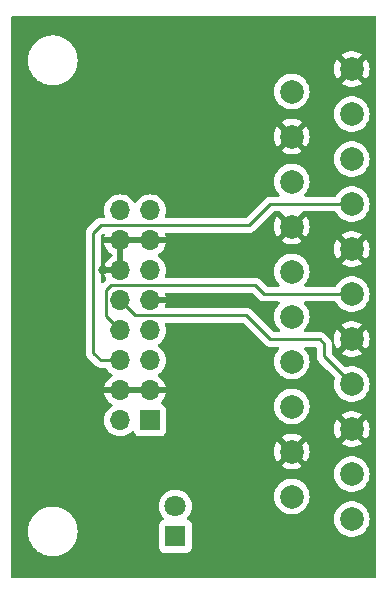
<source format=gbr>
%TF.GenerationSoftware,KiCad,Pcbnew,7.0.8*%
%TF.CreationDate,2024-02-25T14:43:20-05:00*%
%TF.ProjectId,scart breakout,73636172-7420-4627-9265-616b6f75742e,rev?*%
%TF.SameCoordinates,Original*%
%TF.FileFunction,Copper,L2,Bot*%
%TF.FilePolarity,Positive*%
%FSLAX46Y46*%
G04 Gerber Fmt 4.6, Leading zero omitted, Abs format (unit mm)*
G04 Created by KiCad (PCBNEW 7.0.8) date 2024-02-25 14:43:20*
%MOMM*%
%LPD*%
G01*
G04 APERTURE LIST*
%TA.AperFunction,ComponentPad*%
%ADD10C,1.998980*%
%TD*%
%TA.AperFunction,ComponentPad*%
%ADD11R,1.700000X1.700000*%
%TD*%
%TA.AperFunction,ComponentPad*%
%ADD12O,1.700000X1.700000*%
%TD*%
%TA.AperFunction,ComponentPad*%
%ADD13R,1.800000X1.800000*%
%TD*%
%TA.AperFunction,ComponentPad*%
%ADD14C,1.800000*%
%TD*%
%TA.AperFunction,ViaPad*%
%ADD15C,0.800000*%
%TD*%
%TA.AperFunction,Conductor*%
%ADD16C,0.250000*%
%TD*%
G04 APERTURE END LIST*
D10*
%TO.P,J1,1,P1*%
%TO.N,unconnected-(J1-P1-Pad1)*%
X48818800Y-54838600D03*
%TO.P,J1,2,P2*%
%TO.N,RIGHT*%
X43738800Y-52933600D03*
%TO.P,J1,3,P3*%
%TO.N,unconnected-(J1-P3-Pad3)*%
X48818800Y-51028600D03*
%TO.P,J1,4,P4*%
%TO.N,GND*%
X43738800Y-49123600D03*
%TO.P,J1,5,P5*%
X48818800Y-47218600D03*
%TO.P,J1,6,P6*%
%TO.N,LEFT*%
X43738800Y-45313600D03*
%TO.P,J1,7,P7*%
%TO.N,BLUE_IN*%
X48818800Y-43408600D03*
%TO.P,J1,8,P8*%
%TO.N,unconnected-(J1-P8-Pad8)*%
X43738800Y-41503600D03*
%TO.P,J1,9,P9*%
%TO.N,GND*%
X48818800Y-39598600D03*
%TO.P,J1,10,P10*%
%TO.N,unconnected-(J1-P10-Pad10)*%
X43738800Y-37693600D03*
%TO.P,J1,11,P11*%
%TO.N,GREEN_IN*%
X48818800Y-35788600D03*
%TO.P,J1,12,P12*%
%TO.N,unconnected-(J1-P12-Pad12)*%
X43738800Y-33883600D03*
%TO.P,J1,13,P13*%
%TO.N,GND*%
X48818800Y-31978600D03*
%TO.P,J1,14,P14*%
X43738800Y-30073600D03*
%TO.P,J1,15,P15*%
%TO.N,RED_IN*%
X48818800Y-28168600D03*
%TO.P,J1,16,P16*%
%TO.N,SCART_BLANKING*%
X43738800Y-26263600D03*
%TO.P,J1,17,P17*%
%TO.N,unconnected-(J1-P17-Pad17)*%
X48818800Y-24358600D03*
%TO.P,J1,18,P18*%
%TO.N,GND*%
X43738800Y-22453600D03*
%TO.P,J1,19,P19*%
%TO.N,unconnected-(J1-P19-Pad19)*%
X48818800Y-20548600D03*
%TO.P,J1,20,P20*%
%TO.N,COMPOSITE*%
X43738800Y-18643600D03*
%TO.P,J1,21,P21*%
%TO.N,GND*%
X48818800Y-16738600D03*
%TD*%
D11*
%TO.P,J2,1,Pin_1*%
%TO.N,+5V*%
X31750000Y-46482000D03*
D12*
%TO.P,J2,2,Pin_2*%
X29210000Y-46482000D03*
%TO.P,J2,3,Pin_3*%
%TO.N,GND*%
X31750000Y-43942000D03*
%TO.P,J2,4,Pin_4*%
X29210000Y-43942000D03*
%TO.P,J2,5,Pin_5*%
%TO.N,RIGHT*%
X31750000Y-41402000D03*
%TO.P,J2,6,Pin_6*%
%TO.N,RED_IN*%
X29210000Y-41402000D03*
%TO.P,J2,7,Pin_7*%
%TO.N,LEFT*%
X31750000Y-38862000D03*
%TO.P,J2,8,Pin_8*%
%TO.N,GREEN_IN*%
X29210000Y-38862000D03*
%TO.P,J2,9,Pin_9*%
%TO.N,GND*%
X31750000Y-36322000D03*
%TO.P,J2,10,Pin_10*%
%TO.N,BLUE_IN*%
X29210000Y-36322000D03*
%TO.P,J2,11,Pin_11*%
%TO.N,RGB_IN_USE*%
X31750000Y-33782000D03*
%TO.P,J2,12,Pin_12*%
%TO.N,GND*%
X29210000Y-33782000D03*
%TO.P,J2,13,Pin_13*%
X31750000Y-31242000D03*
%TO.P,J2,14,Pin_14*%
X29210000Y-31242000D03*
%TO.P,J2,15,Pin_15*%
%TO.N,COMPOSITE*%
X31750000Y-28702000D03*
%TO.P,J2,16,Pin_16*%
%TO.N,SCART_BLANKING*%
X29210000Y-28702000D03*
%TD*%
D13*
%TO.P,LED1,1,K*%
%TO.N,Net-(D1-K)*%
X33883600Y-56286400D03*
D14*
%TO.P,LED1,2,A*%
%TO.N,Net-(D1-A)*%
X33883600Y-53746400D03*
%TD*%
D15*
%TO.N,GND*%
X27787600Y-33782000D03*
%TD*%
D16*
%TO.N,BLUE_IN*%
X29210000Y-36322000D02*
X30480000Y-37592000D01*
X46482000Y-40005000D02*
X46482000Y-41071800D01*
X41910000Y-39624000D02*
X46101000Y-39624000D01*
X46482000Y-41071800D02*
X48818800Y-43408600D01*
X39878000Y-37592000D02*
X41910000Y-39624000D01*
X30480000Y-37592000D02*
X39878000Y-37592000D01*
X46101000Y-39624000D02*
X46482000Y-40005000D01*
%TO.N,GREEN_IN*%
X29210000Y-38862000D02*
X28035000Y-37687000D01*
X41376600Y-35788600D02*
X48818800Y-35788600D01*
X28448000Y-35052000D02*
X40640000Y-35052000D01*
X28035000Y-35465000D02*
X28448000Y-35052000D01*
X28035000Y-37687000D02*
X28035000Y-35465000D01*
X40640000Y-35052000D02*
X41376600Y-35788600D01*
%TO.N,RED_IN*%
X41935400Y-28168600D02*
X48818800Y-28168600D01*
X27559000Y-41402000D02*
X26924000Y-40767000D01*
X27559000Y-29972000D02*
X40132000Y-29972000D01*
X26924000Y-40767000D02*
X26924000Y-30607000D01*
X29210000Y-41402000D02*
X27559000Y-41402000D01*
X26924000Y-30607000D02*
X27559000Y-29972000D01*
X40132000Y-29972000D02*
X41935400Y-28168600D01*
%TD*%
%TA.AperFunction,Conductor*%
%TO.N,GND*%
G36*
X31290507Y-43732156D02*
G01*
X31250000Y-43870111D01*
X31250000Y-44013889D01*
X31290507Y-44151844D01*
X31316314Y-44192000D01*
X29643686Y-44192000D01*
X29669493Y-44151844D01*
X29710000Y-44013889D01*
X29710000Y-43870111D01*
X29669493Y-43732156D01*
X29643686Y-43692000D01*
X31316314Y-43692000D01*
X31290507Y-43732156D01*
G37*
%TD.AperFunction*%
%TA.AperFunction,Conductor*%
G36*
X40396587Y-35697185D02*
G01*
X40417229Y-35713819D01*
X40875794Y-36172384D01*
X40885619Y-36184648D01*
X40885840Y-36184466D01*
X40890810Y-36190473D01*
X40890813Y-36190476D01*
X40890814Y-36190477D01*
X40941251Y-36237841D01*
X40962130Y-36258720D01*
X40967604Y-36262966D01*
X40972042Y-36266756D01*
X41006018Y-36298662D01*
X41006022Y-36298664D01*
X41023573Y-36308313D01*
X41039831Y-36318992D01*
X41055664Y-36331274D01*
X41077615Y-36340772D01*
X41098437Y-36349783D01*
X41103681Y-36352352D01*
X41144508Y-36374797D01*
X41163912Y-36379779D01*
X41182310Y-36386078D01*
X41200705Y-36394038D01*
X41246729Y-36401326D01*
X41252432Y-36402507D01*
X41297581Y-36414100D01*
X41317616Y-36414100D01*
X41337013Y-36415626D01*
X41356796Y-36418760D01*
X41403184Y-36414375D01*
X41409022Y-36414100D01*
X42595177Y-36414100D01*
X42662216Y-36433785D01*
X42707971Y-36486589D01*
X42717915Y-36555747D01*
X42688890Y-36619303D01*
X42686406Y-36622083D01*
X42551040Y-36769127D01*
X42415076Y-36977237D01*
X42315221Y-37204884D01*
X42254196Y-37445867D01*
X42233669Y-37693594D01*
X42233669Y-37693605D01*
X42254196Y-37941332D01*
X42315221Y-38182315D01*
X42415076Y-38409962D01*
X42551037Y-38618068D01*
X42709789Y-38790517D01*
X42740711Y-38853171D01*
X42732851Y-38922597D01*
X42688704Y-38976753D01*
X42622287Y-38998444D01*
X42618559Y-38998500D01*
X42220452Y-38998500D01*
X42153413Y-38978815D01*
X42132771Y-38962181D01*
X41265074Y-38094484D01*
X40378803Y-37208212D01*
X40368980Y-37195950D01*
X40368759Y-37196134D01*
X40363786Y-37190123D01*
X40339118Y-37166958D01*
X40313364Y-37142773D01*
X40302919Y-37132328D01*
X40292475Y-37121883D01*
X40286986Y-37117625D01*
X40282561Y-37113847D01*
X40248582Y-37081938D01*
X40248580Y-37081936D01*
X40248577Y-37081935D01*
X40231029Y-37072288D01*
X40214763Y-37061604D01*
X40198933Y-37049325D01*
X40156168Y-37030818D01*
X40150922Y-37028248D01*
X40110093Y-37005803D01*
X40110092Y-37005802D01*
X40090693Y-37000822D01*
X40072281Y-36994518D01*
X40053898Y-36986562D01*
X40053892Y-36986560D01*
X40007874Y-36979272D01*
X40002152Y-36978087D01*
X39957021Y-36966500D01*
X39957019Y-36966500D01*
X39936984Y-36966500D01*
X39917586Y-36964973D01*
X39910162Y-36963797D01*
X39897805Y-36961840D01*
X39897804Y-36961840D01*
X39851416Y-36966225D01*
X39845578Y-36966500D01*
X33133666Y-36966500D01*
X33066627Y-36946815D01*
X33020872Y-36894011D01*
X33010928Y-36824853D01*
X33021284Y-36790096D01*
X33023428Y-36785497D01*
X33023432Y-36785486D01*
X33080636Y-36572000D01*
X32183686Y-36572000D01*
X32209493Y-36531844D01*
X32250000Y-36393889D01*
X32250000Y-36250111D01*
X32209493Y-36112156D01*
X32183686Y-36072000D01*
X33080636Y-36072000D01*
X33080635Y-36071999D01*
X33023432Y-35858513D01*
X33023428Y-35858502D01*
X33021284Y-35853904D01*
X33010792Y-35784827D01*
X33039312Y-35721043D01*
X33097789Y-35682804D01*
X33133666Y-35677500D01*
X40329548Y-35677500D01*
X40396587Y-35697185D01*
G37*
%TD.AperFunction*%
%TA.AperFunction,Conductor*%
G36*
X27849972Y-30668130D02*
G01*
X27905906Y-30710001D01*
X27930323Y-30775465D01*
X27926414Y-30816405D01*
X27879363Y-30991999D01*
X27879364Y-30992000D01*
X28776314Y-30992000D01*
X28750507Y-31032156D01*
X28710000Y-31170111D01*
X28710000Y-31313889D01*
X28750507Y-31451844D01*
X28776314Y-31492000D01*
X27879364Y-31492000D01*
X27936567Y-31705486D01*
X27936570Y-31705492D01*
X28036399Y-31919578D01*
X28171894Y-32113082D01*
X28338917Y-32280105D01*
X28525031Y-32410425D01*
X28568656Y-32465003D01*
X28575848Y-32534501D01*
X28544326Y-32596856D01*
X28525031Y-32613575D01*
X28338922Y-32743890D01*
X28338920Y-32743891D01*
X28171891Y-32910920D01*
X28171886Y-32910926D01*
X28036400Y-33104420D01*
X28036399Y-33104422D01*
X27936570Y-33318507D01*
X27936567Y-33318513D01*
X27879364Y-33531999D01*
X27879364Y-33532000D01*
X28776314Y-33532000D01*
X28750507Y-33572156D01*
X28710000Y-33710111D01*
X28710000Y-33853889D01*
X28750507Y-33991844D01*
X28776314Y-34032000D01*
X27879364Y-34032000D01*
X27936567Y-34245486D01*
X27936570Y-34245492D01*
X28035677Y-34458028D01*
X28046169Y-34527106D01*
X28018836Y-34589476D01*
X27986709Y-34628309D01*
X27982777Y-34632630D01*
X27761181Y-34854227D01*
X27699858Y-34887712D01*
X27630167Y-34882728D01*
X27574233Y-34840857D01*
X27549816Y-34775392D01*
X27549500Y-34766546D01*
X27549500Y-30917452D01*
X27569185Y-30850413D01*
X27585813Y-30829776D01*
X27718961Y-30696628D01*
X27780280Y-30663146D01*
X27849972Y-30668130D01*
G37*
%TD.AperFunction*%
%TA.AperFunction,Conductor*%
G36*
X29460000Y-33346498D02*
G01*
X29352315Y-33297320D01*
X29245763Y-33282000D01*
X29174237Y-33282000D01*
X29067685Y-33297320D01*
X28960000Y-33346498D01*
X28960000Y-31677501D01*
X29067685Y-31726680D01*
X29174237Y-31742000D01*
X29245763Y-31742000D01*
X29352315Y-31726680D01*
X29460000Y-31677501D01*
X29460000Y-33346498D01*
G37*
%TD.AperFunction*%
%TA.AperFunction,Conductor*%
G36*
X31290507Y-31032156D02*
G01*
X31250000Y-31170111D01*
X31250000Y-31313889D01*
X31290507Y-31451844D01*
X31316314Y-31492000D01*
X29643686Y-31492000D01*
X29669493Y-31451844D01*
X29710000Y-31313889D01*
X29710000Y-31170111D01*
X29669493Y-31032156D01*
X29643686Y-30992000D01*
X31316314Y-30992000D01*
X31290507Y-31032156D01*
G37*
%TD.AperFunction*%
%TA.AperFunction,Conductor*%
G36*
X50808139Y-12228585D02*
G01*
X50853894Y-12281389D01*
X50865100Y-12332900D01*
X50865100Y-59739500D01*
X50845415Y-59806539D01*
X50792611Y-59852294D01*
X50741100Y-59863500D01*
X20063000Y-59863500D01*
X19995961Y-59843815D01*
X19950206Y-59791011D01*
X19939000Y-59739500D01*
X19939000Y-55879999D01*
X21394592Y-55879999D01*
X21402303Y-55992735D01*
X21402448Y-55996968D01*
X21402448Y-56023482D01*
X21406057Y-56049738D01*
X21406489Y-56053948D01*
X21414201Y-56166682D01*
X21437191Y-56277324D01*
X21437910Y-56281494D01*
X21441520Y-56307756D01*
X21448676Y-56333301D01*
X21449678Y-56337411D01*
X21468097Y-56426045D01*
X21472666Y-56448032D01*
X21472667Y-56448036D01*
X21472670Y-56448045D01*
X21510505Y-56554502D01*
X21511787Y-56558538D01*
X21518940Y-56584070D01*
X21529504Y-56608392D01*
X21531057Y-56612330D01*
X21568894Y-56718793D01*
X21620883Y-56819128D01*
X21622700Y-56822951D01*
X21633262Y-56847264D01*
X21647032Y-56869908D01*
X21649107Y-56873599D01*
X21701096Y-56973931D01*
X21701097Y-56973933D01*
X21766254Y-57066242D01*
X21768575Y-57069780D01*
X21782357Y-57092441D01*
X21799089Y-57113008D01*
X21801648Y-57116383D01*
X21866812Y-57208699D01*
X21943945Y-57291289D01*
X21946728Y-57294481D01*
X21963451Y-57315036D01*
X21982840Y-57333144D01*
X21985815Y-57336120D01*
X22062947Y-57418708D01*
X22062951Y-57418711D01*
X22062953Y-57418713D01*
X22150601Y-57490020D01*
X22153791Y-57492801D01*
X22173167Y-57510897D01*
X22173170Y-57510899D01*
X22194827Y-57526187D01*
X22198202Y-57528746D01*
X22285846Y-57600050D01*
X22285849Y-57600051D01*
X22285853Y-57600055D01*
X22330496Y-57627203D01*
X22382407Y-57658772D01*
X22385933Y-57661083D01*
X22407598Y-57676376D01*
X22407602Y-57676379D01*
X22415539Y-57680491D01*
X22431142Y-57688576D01*
X22434821Y-57690645D01*
X22531375Y-57749361D01*
X22635042Y-57794390D01*
X22638815Y-57796183D01*
X22662380Y-57808394D01*
X22687394Y-57817284D01*
X22691258Y-57818807D01*
X22769229Y-57852675D01*
X22794934Y-57863841D01*
X22794938Y-57863843D01*
X22794942Y-57863844D01*
X22903774Y-57894337D01*
X22907775Y-57895607D01*
X22932765Y-57904489D01*
X22932767Y-57904489D01*
X22932769Y-57904490D01*
X22939476Y-57905883D01*
X22958733Y-57909885D01*
X22962822Y-57910881D01*
X23071642Y-57941371D01*
X23183597Y-57956759D01*
X23187738Y-57957472D01*
X23213716Y-57962871D01*
X23240202Y-57964682D01*
X23244355Y-57965110D01*
X23334786Y-57977540D01*
X23356321Y-57980500D01*
X23469314Y-57980500D01*
X23473547Y-57980645D01*
X23500000Y-57982454D01*
X23526453Y-57980645D01*
X23530686Y-57980500D01*
X23643678Y-57980500D01*
X23755653Y-57965109D01*
X23759791Y-57964683D01*
X23786284Y-57962871D01*
X23812277Y-57957469D01*
X23816372Y-57956763D01*
X23928358Y-57941371D01*
X24037177Y-57910881D01*
X24041266Y-57909885D01*
X24067235Y-57904489D01*
X24092235Y-57895603D01*
X24096230Y-57894335D01*
X24205058Y-57863844D01*
X24308725Y-57818814D01*
X24312602Y-57817285D01*
X24337620Y-57808394D01*
X24361175Y-57796188D01*
X24364952Y-57794392D01*
X24468625Y-57749361D01*
X24565223Y-57690617D01*
X24568819Y-57688595D01*
X24592401Y-57676377D01*
X24614087Y-57661068D01*
X24617554Y-57658794D01*
X24714147Y-57600055D01*
X24801835Y-57528715D01*
X24805130Y-57526216D01*
X24826833Y-57510897D01*
X24846254Y-57492759D01*
X24849362Y-57490049D01*
X24937053Y-57418708D01*
X25014212Y-57336090D01*
X25017159Y-57333144D01*
X25036549Y-57315036D01*
X25053288Y-57294460D01*
X25056054Y-57291289D01*
X25133189Y-57208698D01*
X25198372Y-57116352D01*
X25200878Y-57113047D01*
X25217641Y-57092444D01*
X25231424Y-57069779D01*
X25233730Y-57066262D01*
X25298901Y-56973936D01*
X25350899Y-56873584D01*
X25352944Y-56869945D01*
X25366737Y-56847265D01*
X25377302Y-56822940D01*
X25379112Y-56819136D01*
X25431101Y-56718802D01*
X25431104Y-56718797D01*
X25468954Y-56612295D01*
X25470495Y-56608392D01*
X25481060Y-56584069D01*
X25488223Y-56558501D01*
X25489487Y-56554521D01*
X25527334Y-56448032D01*
X25541719Y-56378806D01*
X25550326Y-56337390D01*
X25551322Y-56333300D01*
X25558479Y-56307757D01*
X25562092Y-56281466D01*
X25562807Y-56277324D01*
X25585798Y-56166686D01*
X25593510Y-56053932D01*
X25593938Y-56049770D01*
X25597552Y-56023477D01*
X25598176Y-55986867D01*
X25598308Y-55983796D01*
X25605408Y-55880000D01*
X25598308Y-55776207D01*
X25598176Y-55773129D01*
X25597552Y-55736523D01*
X25597552Y-55736518D01*
X25593942Y-55710260D01*
X25593938Y-55710235D01*
X25593509Y-55706050D01*
X25585798Y-55593314D01*
X25562805Y-55482666D01*
X25562095Y-55478555D01*
X25558744Y-55454174D01*
X25558479Y-55452242D01*
X25556526Y-55445272D01*
X25551317Y-55426681D01*
X25550329Y-55422628D01*
X25527334Y-55311968D01*
X25489490Y-55205485D01*
X25488217Y-55201476D01*
X25481060Y-55175931D01*
X25481059Y-55175928D01*
X25470494Y-55151604D01*
X25468940Y-55147664D01*
X25467663Y-55144071D01*
X25431104Y-55041203D01*
X25379116Y-54940871D01*
X25377298Y-54937048D01*
X25374808Y-54931316D01*
X25366737Y-54912735D01*
X25352956Y-54890073D01*
X25350893Y-54886405D01*
X25298901Y-54786064D01*
X25246983Y-54712512D01*
X25233730Y-54693736D01*
X25231420Y-54690216D01*
X25217641Y-54667556D01*
X25200896Y-54646973D01*
X25198356Y-54643623D01*
X25133187Y-54551299D01*
X25092650Y-54507895D01*
X25056050Y-54468707D01*
X25053277Y-54465526D01*
X25036548Y-54444963D01*
X25024370Y-54433590D01*
X25017174Y-54426869D01*
X25014189Y-54423883D01*
X24937060Y-54341299D01*
X24937056Y-54341295D01*
X24937053Y-54341292D01*
X24937046Y-54341286D01*
X24849398Y-54269979D01*
X24846206Y-54267196D01*
X24826839Y-54249108D01*
X24826837Y-54249107D01*
X24826838Y-54249107D01*
X24826833Y-54249103D01*
X24813388Y-54239612D01*
X24805173Y-54233813D01*
X24801801Y-54231256D01*
X24714153Y-54159949D01*
X24714138Y-54159939D01*
X24617600Y-54101232D01*
X24614061Y-54098911D01*
X24592402Y-54083623D01*
X24568866Y-54071427D01*
X24565177Y-54069353D01*
X24468623Y-54010637D01*
X24364979Y-53965619D01*
X24361157Y-53963801D01*
X24347268Y-53956605D01*
X24337620Y-53951606D01*
X24337616Y-53951604D01*
X24337613Y-53951603D01*
X24312642Y-53942728D01*
X24308703Y-53941175D01*
X24246436Y-53914129D01*
X24205058Y-53896156D01*
X24205054Y-53896155D01*
X24205050Y-53896153D01*
X24096245Y-53865667D01*
X24092212Y-53864387D01*
X24067239Y-53855512D01*
X24067236Y-53855511D01*
X24067235Y-53855511D01*
X24062103Y-53854444D01*
X24041276Y-53850116D01*
X24037164Y-53849114D01*
X23928362Y-53818629D01*
X23816408Y-53803241D01*
X23812236Y-53802521D01*
X23786285Y-53797129D01*
X23759830Y-53795318D01*
X23755620Y-53794885D01*
X23643680Y-53779500D01*
X23643678Y-53779500D01*
X23530672Y-53779500D01*
X23526440Y-53779355D01*
X23500000Y-53777547D01*
X23473560Y-53779355D01*
X23469328Y-53779500D01*
X23356320Y-53779500D01*
X23244380Y-53794885D01*
X23240170Y-53795318D01*
X23213716Y-53797128D01*
X23187762Y-53802521D01*
X23183593Y-53803240D01*
X23083789Y-53816959D01*
X23071642Y-53818629D01*
X23071640Y-53818629D01*
X23071636Y-53818630D01*
X22962837Y-53849113D01*
X22958727Y-53850115D01*
X22932761Y-53855511D01*
X22907783Y-53864388D01*
X22903749Y-53865669D01*
X22810095Y-53891910D01*
X22794942Y-53896156D01*
X22794940Y-53896156D01*
X22794939Y-53896157D01*
X22691304Y-53941172D01*
X22687367Y-53942725D01*
X22662377Y-53951607D01*
X22638840Y-53963802D01*
X22635020Y-53965619D01*
X22531368Y-54010642D01*
X22434828Y-54069350D01*
X22431140Y-54071424D01*
X22407601Y-54083621D01*
X22385943Y-54098907D01*
X22382406Y-54101228D01*
X22285855Y-54159943D01*
X22285849Y-54159947D01*
X22198200Y-54231253D01*
X22194831Y-54233808D01*
X22173171Y-54249099D01*
X22153789Y-54267199D01*
X22150601Y-54269979D01*
X22062955Y-54341284D01*
X22062939Y-54341299D01*
X21985815Y-54423878D01*
X21982823Y-54426871D01*
X21963453Y-54444960D01*
X21946715Y-54465533D01*
X21943935Y-54468721D01*
X21866811Y-54551301D01*
X21801646Y-54643618D01*
X21799089Y-54646991D01*
X21782363Y-54667549D01*
X21768581Y-54690211D01*
X21766261Y-54693747D01*
X21701099Y-54786061D01*
X21649114Y-54886387D01*
X21647042Y-54890073D01*
X21633266Y-54912730D01*
X21633261Y-54912738D01*
X21622700Y-54937049D01*
X21620883Y-54940868D01*
X21568896Y-55041199D01*
X21568895Y-55041202D01*
X21531053Y-55147679D01*
X21529501Y-55151616D01*
X21518938Y-55175935D01*
X21511788Y-55201452D01*
X21510508Y-55205485D01*
X21472669Y-55311957D01*
X21472666Y-55311968D01*
X21449677Y-55422592D01*
X21448676Y-55426701D01*
X21441523Y-55452235D01*
X21441519Y-55452253D01*
X21437910Y-55478506D01*
X21437191Y-55482676D01*
X21414201Y-55593317D01*
X21406489Y-55706050D01*
X21406057Y-55710260D01*
X21402448Y-55736524D01*
X21402448Y-55763030D01*
X21402303Y-55767263D01*
X21394592Y-55879999D01*
X19939000Y-55879999D01*
X19939000Y-53746406D01*
X32478300Y-53746406D01*
X32497464Y-53977697D01*
X32497466Y-53977708D01*
X32554442Y-54202700D01*
X32647675Y-54415248D01*
X32774616Y-54609547D01*
X32774619Y-54609551D01*
X32774621Y-54609553D01*
X32869403Y-54712514D01*
X32900324Y-54775167D01*
X32892464Y-54844593D01*
X32848316Y-54898748D01*
X32821506Y-54912677D01*
X32741269Y-54942603D01*
X32741264Y-54942606D01*
X32626055Y-55028852D01*
X32626052Y-55028855D01*
X32539806Y-55144064D01*
X32539802Y-55144071D01*
X32489508Y-55278917D01*
X32485784Y-55313562D01*
X32483101Y-55338523D01*
X32483100Y-55338535D01*
X32483100Y-57234270D01*
X32483101Y-57234276D01*
X32489508Y-57293883D01*
X32539802Y-57428728D01*
X32539806Y-57428735D01*
X32626052Y-57543944D01*
X32626055Y-57543947D01*
X32741264Y-57630193D01*
X32741271Y-57630197D01*
X32876117Y-57680491D01*
X32876116Y-57680491D01*
X32883044Y-57681235D01*
X32935727Y-57686900D01*
X34831472Y-57686899D01*
X34891083Y-57680491D01*
X35025931Y-57630196D01*
X35141146Y-57543946D01*
X35227396Y-57428731D01*
X35277691Y-57293883D01*
X35284100Y-57234273D01*
X35284099Y-55338528D01*
X35277691Y-55278917D01*
X35248807Y-55201476D01*
X35227397Y-55144071D01*
X35227393Y-55144064D01*
X35141147Y-55028855D01*
X35141144Y-55028852D01*
X35025935Y-54942606D01*
X35025928Y-54942602D01*
X34945694Y-54912677D01*
X34889760Y-54870806D01*
X34877750Y-54838605D01*
X47313669Y-54838605D01*
X47334196Y-55086332D01*
X47395221Y-55327315D01*
X47495076Y-55554962D01*
X47631040Y-55763072D01*
X47799399Y-55945957D01*
X47799409Y-55945966D01*
X47938144Y-56053948D01*
X47995571Y-56098645D01*
X48214196Y-56216959D01*
X48214199Y-56216960D01*
X48449308Y-56297673D01*
X48449310Y-56297673D01*
X48449312Y-56297674D01*
X48694507Y-56338590D01*
X48694508Y-56338590D01*
X48943092Y-56338590D01*
X48943093Y-56338590D01*
X49188288Y-56297674D01*
X49423404Y-56216959D01*
X49642029Y-56098645D01*
X49838197Y-55945961D01*
X50006560Y-55763071D01*
X50142523Y-55554963D01*
X50242379Y-55327315D01*
X50303403Y-55086336D01*
X50317788Y-54912735D01*
X50323931Y-54838605D01*
X50323931Y-54838594D01*
X50307774Y-54643618D01*
X50303403Y-54590864D01*
X50242379Y-54349885D01*
X50142523Y-54122237D01*
X50089423Y-54040961D01*
X50006559Y-53914127D01*
X49838200Y-53731242D01*
X49838190Y-53731233D01*
X49642033Y-53578558D01*
X49642028Y-53578554D01*
X49423405Y-53460241D01*
X49423400Y-53460239D01*
X49188291Y-53379526D01*
X49004391Y-53348839D01*
X48943093Y-53338610D01*
X48694507Y-53338610D01*
X48645468Y-53346793D01*
X48449308Y-53379526D01*
X48214199Y-53460239D01*
X48214194Y-53460241D01*
X47995571Y-53578554D01*
X47995566Y-53578558D01*
X47799409Y-53731233D01*
X47799399Y-53731242D01*
X47631040Y-53914127D01*
X47495076Y-54122237D01*
X47395221Y-54349884D01*
X47334196Y-54590867D01*
X47313669Y-54838594D01*
X47313669Y-54838605D01*
X34877750Y-54838605D01*
X34865343Y-54805341D01*
X34880195Y-54737068D01*
X34897790Y-54712521D01*
X34992579Y-54609553D01*
X35119524Y-54415249D01*
X35212757Y-54202700D01*
X35269734Y-53977705D01*
X35269735Y-53977697D01*
X35288900Y-53746406D01*
X35288900Y-53746393D01*
X35269735Y-53515102D01*
X35269733Y-53515091D01*
X35212757Y-53290099D01*
X35119524Y-53077551D01*
X35025480Y-52933605D01*
X42233669Y-52933605D01*
X42254196Y-53181332D01*
X42315221Y-53422315D01*
X42415076Y-53649962D01*
X42551040Y-53858072D01*
X42719399Y-54040957D01*
X42719409Y-54040966D01*
X42915566Y-54193641D01*
X42915571Y-54193645D01*
X43000510Y-54239612D01*
X43134196Y-54311959D01*
X43134199Y-54311960D01*
X43369308Y-54392673D01*
X43369310Y-54392673D01*
X43369312Y-54392674D01*
X43614507Y-54433590D01*
X43614508Y-54433590D01*
X43863092Y-54433590D01*
X43863093Y-54433590D01*
X44108288Y-54392674D01*
X44343404Y-54311959D01*
X44562029Y-54193645D01*
X44758197Y-54040961D01*
X44926560Y-53858071D01*
X45062523Y-53649963D01*
X45162379Y-53422315D01*
X45223403Y-53181336D01*
X45243931Y-52933600D01*
X45223403Y-52685864D01*
X45162379Y-52444885D01*
X45062523Y-52217237D01*
X45009423Y-52135961D01*
X44926559Y-52009127D01*
X44758200Y-51826242D01*
X44758190Y-51826233D01*
X44562033Y-51673558D01*
X44562028Y-51673554D01*
X44343405Y-51555241D01*
X44343400Y-51555239D01*
X44108291Y-51474526D01*
X43924391Y-51443839D01*
X43863093Y-51433610D01*
X43614507Y-51433610D01*
X43565468Y-51441793D01*
X43369308Y-51474526D01*
X43134199Y-51555239D01*
X43134194Y-51555241D01*
X42915571Y-51673554D01*
X42915566Y-51673558D01*
X42719409Y-51826233D01*
X42719399Y-51826242D01*
X42551040Y-52009127D01*
X42415076Y-52217237D01*
X42315221Y-52444884D01*
X42254196Y-52685867D01*
X42233669Y-52933594D01*
X42233669Y-52933605D01*
X35025480Y-52933605D01*
X34992583Y-52883252D01*
X34992580Y-52883249D01*
X34992579Y-52883247D01*
X34835384Y-52712487D01*
X34835379Y-52712483D01*
X34835377Y-52712481D01*
X34652234Y-52569935D01*
X34652228Y-52569931D01*
X34448104Y-52459464D01*
X34448095Y-52459461D01*
X34228584Y-52384102D01*
X34056882Y-52355450D01*
X33999649Y-52345900D01*
X33767551Y-52345900D01*
X33721764Y-52353540D01*
X33538615Y-52384102D01*
X33319104Y-52459461D01*
X33319095Y-52459464D01*
X33114971Y-52569931D01*
X33114965Y-52569935D01*
X32931822Y-52712481D01*
X32931819Y-52712484D01*
X32774616Y-52883252D01*
X32647675Y-53077551D01*
X32554442Y-53290099D01*
X32497466Y-53515091D01*
X32497464Y-53515102D01*
X32478300Y-53746393D01*
X32478300Y-53746406D01*
X19939000Y-53746406D01*
X19939000Y-51028605D01*
X47313669Y-51028605D01*
X47334196Y-51276332D01*
X47395221Y-51517315D01*
X47495076Y-51744962D01*
X47631040Y-51953072D01*
X47682643Y-52009127D01*
X47799403Y-52135961D01*
X47995571Y-52288645D01*
X48214196Y-52406959D01*
X48214199Y-52406960D01*
X48449308Y-52487673D01*
X48449310Y-52487673D01*
X48449312Y-52487674D01*
X48694507Y-52528590D01*
X48694508Y-52528590D01*
X48943092Y-52528590D01*
X48943093Y-52528590D01*
X49188288Y-52487674D01*
X49423404Y-52406959D01*
X49642029Y-52288645D01*
X49838197Y-52135961D01*
X50006560Y-51953071D01*
X50142523Y-51744963D01*
X50242379Y-51517315D01*
X50303403Y-51276336D01*
X50323931Y-51028600D01*
X50303403Y-50780864D01*
X50242379Y-50539885D01*
X50142523Y-50312237D01*
X50006560Y-50104129D01*
X50006559Y-50104127D01*
X49838200Y-49921242D01*
X49838190Y-49921233D01*
X49642033Y-49768558D01*
X49642028Y-49768554D01*
X49423405Y-49650241D01*
X49423400Y-49650239D01*
X49188291Y-49569526D01*
X49004391Y-49538839D01*
X48943093Y-49528610D01*
X48694507Y-49528610D01*
X48645468Y-49536793D01*
X48449308Y-49569526D01*
X48214199Y-49650239D01*
X48214194Y-49650241D01*
X47995571Y-49768554D01*
X47995566Y-49768558D01*
X47799409Y-49921233D01*
X47799399Y-49921242D01*
X47631040Y-50104127D01*
X47495076Y-50312237D01*
X47395221Y-50539884D01*
X47334196Y-50780867D01*
X47313669Y-51028594D01*
X47313669Y-51028605D01*
X19939000Y-51028605D01*
X19939000Y-49123605D01*
X42234171Y-49123605D01*
X42254690Y-49371246D01*
X42254692Y-49371257D01*
X42315695Y-49612150D01*
X42415516Y-49839720D01*
X42515732Y-49993112D01*
X43176454Y-49332390D01*
X43215190Y-49425906D01*
X43311274Y-49551126D01*
X43436494Y-49647210D01*
X43530008Y-49685944D01*
X42869107Y-50346845D01*
X42869107Y-50346846D01*
X42915844Y-50383223D01*
X43134395Y-50501498D01*
X43134404Y-50501501D01*
X43369432Y-50582187D01*
X43614549Y-50623090D01*
X43863051Y-50623090D01*
X44108167Y-50582187D01*
X44343195Y-50501501D01*
X44343203Y-50501498D01*
X44561757Y-50383222D01*
X44608491Y-50346845D01*
X44608492Y-50346844D01*
X43947592Y-49685944D01*
X44041106Y-49647210D01*
X44166326Y-49551126D01*
X44262410Y-49425907D01*
X44301144Y-49332391D01*
X44961866Y-49993113D01*
X45062081Y-49839725D01*
X45161904Y-49612150D01*
X45222907Y-49371257D01*
X45222909Y-49371246D01*
X45243429Y-49123605D01*
X45243429Y-49123594D01*
X45222909Y-48875953D01*
X45222907Y-48875942D01*
X45161904Y-48635049D01*
X45062083Y-48407479D01*
X44961866Y-48254085D01*
X44301144Y-48914807D01*
X44262410Y-48821294D01*
X44166326Y-48696074D01*
X44041106Y-48599990D01*
X43947591Y-48561254D01*
X44608491Y-47900353D01*
X44561752Y-47863974D01*
X44343204Y-47745701D01*
X44343195Y-47745698D01*
X44108167Y-47665012D01*
X43863051Y-47624110D01*
X43614549Y-47624110D01*
X43369432Y-47665012D01*
X43134404Y-47745698D01*
X43134395Y-47745701D01*
X42915844Y-47863976D01*
X42869107Y-47900352D01*
X42869107Y-47900353D01*
X43530008Y-48561254D01*
X43436494Y-48599990D01*
X43311274Y-48696074D01*
X43215190Y-48821293D01*
X43176454Y-48914808D01*
X42515731Y-48254085D01*
X42415517Y-48407476D01*
X42315695Y-48635049D01*
X42254692Y-48875942D01*
X42254690Y-48875953D01*
X42234171Y-49123594D01*
X42234171Y-49123605D01*
X19939000Y-49123605D01*
X19939000Y-30587196D01*
X26293840Y-30587196D01*
X26295116Y-30600698D01*
X26298225Y-30633583D01*
X26298500Y-30639421D01*
X26298500Y-40684255D01*
X26296775Y-40699872D01*
X26297061Y-40699899D01*
X26296326Y-40707665D01*
X26298500Y-40776814D01*
X26298500Y-40806343D01*
X26298501Y-40806360D01*
X26299368Y-40813231D01*
X26299826Y-40819050D01*
X26301290Y-40865624D01*
X26301291Y-40865627D01*
X26306880Y-40884867D01*
X26310824Y-40903911D01*
X26313336Y-40923792D01*
X26330490Y-40967119D01*
X26332382Y-40972647D01*
X26345381Y-41017388D01*
X26355580Y-41034634D01*
X26364138Y-41052103D01*
X26371514Y-41070732D01*
X26398898Y-41108423D01*
X26402106Y-41113307D01*
X26425827Y-41153416D01*
X26425833Y-41153424D01*
X26439990Y-41167580D01*
X26452628Y-41182376D01*
X26464405Y-41198586D01*
X26464406Y-41198587D01*
X26500309Y-41228288D01*
X26504620Y-41232210D01*
X26805498Y-41533088D01*
X27058194Y-41785784D01*
X27068019Y-41798048D01*
X27068240Y-41797866D01*
X27073210Y-41803873D01*
X27073213Y-41803876D01*
X27073214Y-41803877D01*
X27123651Y-41851241D01*
X27144530Y-41872120D01*
X27150004Y-41876366D01*
X27154442Y-41880156D01*
X27188418Y-41912062D01*
X27188422Y-41912064D01*
X27205973Y-41921713D01*
X27222231Y-41932392D01*
X27238064Y-41944674D01*
X27260015Y-41954172D01*
X27280837Y-41963183D01*
X27286081Y-41965752D01*
X27326908Y-41988197D01*
X27346312Y-41993179D01*
X27364710Y-41999478D01*
X27383105Y-42007438D01*
X27429129Y-42014726D01*
X27434832Y-42015907D01*
X27479981Y-42027500D01*
X27500016Y-42027500D01*
X27519413Y-42029026D01*
X27539196Y-42032160D01*
X27585584Y-42027775D01*
X27591422Y-42027500D01*
X27934773Y-42027500D01*
X28001812Y-42047185D01*
X28036348Y-42080377D01*
X28171501Y-42273396D01*
X28171506Y-42273402D01*
X28338597Y-42440493D01*
X28338603Y-42440498D01*
X28524594Y-42570730D01*
X28568219Y-42625307D01*
X28575413Y-42694805D01*
X28543890Y-42757160D01*
X28524595Y-42773880D01*
X28338922Y-42903890D01*
X28338920Y-42903891D01*
X28171891Y-43070920D01*
X28171886Y-43070926D01*
X28036400Y-43264420D01*
X28036399Y-43264422D01*
X27936570Y-43478507D01*
X27936567Y-43478513D01*
X27879364Y-43691999D01*
X27879364Y-43692000D01*
X28776314Y-43692000D01*
X28750507Y-43732156D01*
X28710000Y-43870111D01*
X28710000Y-44013889D01*
X28750507Y-44151844D01*
X28776314Y-44192000D01*
X27879364Y-44192000D01*
X27936567Y-44405486D01*
X27936570Y-44405492D01*
X28036399Y-44619578D01*
X28171894Y-44813082D01*
X28338917Y-44980105D01*
X28524595Y-45110119D01*
X28568219Y-45164696D01*
X28575412Y-45234195D01*
X28543890Y-45296549D01*
X28524595Y-45313269D01*
X28338594Y-45443508D01*
X28171505Y-45610597D01*
X28035965Y-45804169D01*
X28035964Y-45804171D01*
X27936098Y-46018335D01*
X27936094Y-46018344D01*
X27874938Y-46246586D01*
X27874936Y-46246596D01*
X27854341Y-46481999D01*
X27854341Y-46482000D01*
X27874936Y-46717403D01*
X27874938Y-46717413D01*
X27936094Y-46945655D01*
X27936096Y-46945659D01*
X27936097Y-46945663D01*
X27947885Y-46970942D01*
X28035965Y-47159830D01*
X28035967Y-47159834D01*
X28144281Y-47314521D01*
X28171505Y-47353401D01*
X28338599Y-47520495D01*
X28435384Y-47588265D01*
X28532165Y-47656032D01*
X28532167Y-47656033D01*
X28532170Y-47656035D01*
X28746337Y-47755903D01*
X28974592Y-47817063D01*
X29151034Y-47832500D01*
X29209999Y-47837659D01*
X29210000Y-47837659D01*
X29210001Y-47837659D01*
X29268966Y-47832500D01*
X29445408Y-47817063D01*
X29673663Y-47755903D01*
X29887830Y-47656035D01*
X30081401Y-47520495D01*
X30203329Y-47398566D01*
X30264648Y-47365084D01*
X30334340Y-47370068D01*
X30390274Y-47411939D01*
X30407189Y-47442917D01*
X30456202Y-47574328D01*
X30456206Y-47574335D01*
X30542452Y-47689544D01*
X30542455Y-47689547D01*
X30657664Y-47775793D01*
X30657671Y-47775797D01*
X30792517Y-47826091D01*
X30792516Y-47826091D01*
X30799444Y-47826835D01*
X30852127Y-47832500D01*
X32647872Y-47832499D01*
X32707483Y-47826091D01*
X32842331Y-47775796D01*
X32957546Y-47689546D01*
X33043796Y-47574331D01*
X33094091Y-47439483D01*
X33100500Y-47379873D01*
X33100500Y-47218605D01*
X47314171Y-47218605D01*
X47334690Y-47466246D01*
X47334692Y-47466257D01*
X47395695Y-47707150D01*
X47495516Y-47934720D01*
X47595732Y-48088112D01*
X48256454Y-47427390D01*
X48295190Y-47520906D01*
X48391274Y-47646126D01*
X48516494Y-47742210D01*
X48610008Y-47780944D01*
X47949107Y-48441845D01*
X47949107Y-48441846D01*
X47995844Y-48478223D01*
X48214395Y-48596498D01*
X48214404Y-48596501D01*
X48449432Y-48677187D01*
X48694549Y-48718090D01*
X48943051Y-48718090D01*
X49188167Y-48677187D01*
X49423195Y-48596501D01*
X49423203Y-48596498D01*
X49641757Y-48478222D01*
X49688491Y-48441845D01*
X49688492Y-48441844D01*
X49027592Y-47780944D01*
X49121106Y-47742210D01*
X49246326Y-47646126D01*
X49342410Y-47520907D01*
X49381144Y-47427391D01*
X50041866Y-48088113D01*
X50142081Y-47934725D01*
X50241904Y-47707150D01*
X50302907Y-47466257D01*
X50302909Y-47466246D01*
X50323429Y-47218605D01*
X50323429Y-47218594D01*
X50302909Y-46970953D01*
X50302907Y-46970942D01*
X50241904Y-46730049D01*
X50142083Y-46502479D01*
X50041866Y-46349085D01*
X49381144Y-47009807D01*
X49342410Y-46916294D01*
X49246326Y-46791074D01*
X49121106Y-46694990D01*
X49027591Y-46656254D01*
X49688491Y-45995353D01*
X49641752Y-45958974D01*
X49423204Y-45840701D01*
X49423195Y-45840698D01*
X49188167Y-45760012D01*
X48943051Y-45719110D01*
X48694549Y-45719110D01*
X48449432Y-45760012D01*
X48214404Y-45840698D01*
X48214395Y-45840701D01*
X47995844Y-45958976D01*
X47949107Y-45995352D01*
X47949107Y-45995353D01*
X48610008Y-46656254D01*
X48516494Y-46694990D01*
X48391274Y-46791074D01*
X48295190Y-46916293D01*
X48256454Y-47009808D01*
X47595731Y-46349085D01*
X47495517Y-46502476D01*
X47395695Y-46730049D01*
X47334692Y-46970942D01*
X47334690Y-46970953D01*
X47314171Y-47218594D01*
X47314171Y-47218605D01*
X33100500Y-47218605D01*
X33100499Y-45584128D01*
X33094091Y-45524517D01*
X33092810Y-45521083D01*
X33043797Y-45389671D01*
X33043793Y-45389664D01*
X32986855Y-45313605D01*
X42233669Y-45313605D01*
X42254196Y-45561332D01*
X42315221Y-45802315D01*
X42415076Y-46029962D01*
X42551040Y-46238072D01*
X42653236Y-46349085D01*
X42719403Y-46420961D01*
X42915571Y-46573645D01*
X43134196Y-46691959D01*
X43134199Y-46691960D01*
X43369308Y-46772673D01*
X43369310Y-46772673D01*
X43369312Y-46772674D01*
X43614507Y-46813590D01*
X43614508Y-46813590D01*
X43863092Y-46813590D01*
X43863093Y-46813590D01*
X44108288Y-46772674D01*
X44343404Y-46691959D01*
X44562029Y-46573645D01*
X44758197Y-46420961D01*
X44926560Y-46238071D01*
X45062523Y-46029963D01*
X45162379Y-45802315D01*
X45223403Y-45561336D01*
X45243931Y-45313600D01*
X45243464Y-45307965D01*
X45228842Y-45131500D01*
X45223403Y-45065864D01*
X45162379Y-44824885D01*
X45062523Y-44597237D01*
X45009423Y-44515961D01*
X44926559Y-44389127D01*
X44758200Y-44206242D01*
X44758190Y-44206233D01*
X44562033Y-44053558D01*
X44562028Y-44053554D01*
X44343405Y-43935241D01*
X44343400Y-43935239D01*
X44108291Y-43854526D01*
X43924391Y-43823839D01*
X43863093Y-43813610D01*
X43614507Y-43813610D01*
X43565468Y-43821793D01*
X43369308Y-43854526D01*
X43134199Y-43935239D01*
X43134194Y-43935241D01*
X42915571Y-44053554D01*
X42915566Y-44053558D01*
X42719409Y-44206233D01*
X42719399Y-44206242D01*
X42551040Y-44389127D01*
X42415076Y-44597237D01*
X42315221Y-44824884D01*
X42254196Y-45065867D01*
X42233669Y-45313594D01*
X42233669Y-45313605D01*
X32986855Y-45313605D01*
X32957547Y-45274455D01*
X32957544Y-45274452D01*
X32842335Y-45188206D01*
X32842328Y-45188202D01*
X32710401Y-45138997D01*
X32654467Y-45097126D01*
X32630050Y-45031662D01*
X32644902Y-44963389D01*
X32666053Y-44935133D01*
X32788108Y-44813078D01*
X32923600Y-44619578D01*
X33023429Y-44405492D01*
X33023432Y-44405486D01*
X33080636Y-44192000D01*
X32183686Y-44192000D01*
X32209493Y-44151844D01*
X32250000Y-44013889D01*
X32250000Y-43870111D01*
X32209493Y-43732156D01*
X32183686Y-43692000D01*
X33080636Y-43692000D01*
X33080635Y-43691999D01*
X33023432Y-43478513D01*
X33023429Y-43478507D01*
X32923600Y-43264422D01*
X32923599Y-43264420D01*
X32788113Y-43070926D01*
X32788108Y-43070920D01*
X32621078Y-42903890D01*
X32435405Y-42773879D01*
X32391780Y-42719302D01*
X32384588Y-42649804D01*
X32416110Y-42587449D01*
X32435406Y-42570730D01*
X32559088Y-42484127D01*
X32621401Y-42440495D01*
X32788495Y-42273401D01*
X32924035Y-42079830D01*
X33023903Y-41865663D01*
X33085063Y-41637408D01*
X33105659Y-41402000D01*
X33085063Y-41166592D01*
X33023903Y-40938337D01*
X32924035Y-40724171D01*
X32923652Y-40723623D01*
X32788494Y-40530597D01*
X32621402Y-40363506D01*
X32621396Y-40363501D01*
X32435842Y-40233575D01*
X32392217Y-40178998D01*
X32385023Y-40109500D01*
X32416546Y-40047145D01*
X32435842Y-40030425D01*
X32468171Y-40007788D01*
X32621401Y-39900495D01*
X32788495Y-39733401D01*
X32924035Y-39539830D01*
X33023903Y-39325663D01*
X33085063Y-39097408D01*
X33105659Y-38862000D01*
X33085063Y-38626592D01*
X33023903Y-38398337D01*
X33021837Y-38393906D01*
X33011344Y-38324829D01*
X33039863Y-38261045D01*
X33098339Y-38222804D01*
X33134218Y-38217500D01*
X39567548Y-38217500D01*
X39634587Y-38237185D01*
X39655229Y-38253819D01*
X41409197Y-40007788D01*
X41419022Y-40020051D01*
X41419243Y-40019869D01*
X41424214Y-40025878D01*
X41446862Y-40047145D01*
X41474635Y-40073226D01*
X41495529Y-40094120D01*
X41501011Y-40098373D01*
X41505443Y-40102157D01*
X41539418Y-40134062D01*
X41556976Y-40143714D01*
X41573233Y-40154393D01*
X41589064Y-40166673D01*
X41608737Y-40175186D01*
X41631833Y-40185182D01*
X41637077Y-40187750D01*
X41677908Y-40210197D01*
X41690523Y-40213435D01*
X41697305Y-40215177D01*
X41715719Y-40221481D01*
X41734104Y-40229438D01*
X41780157Y-40236732D01*
X41785826Y-40237906D01*
X41830981Y-40249500D01*
X41851016Y-40249500D01*
X41870413Y-40251026D01*
X41890196Y-40254160D01*
X41936584Y-40249775D01*
X41942422Y-40249500D01*
X42571794Y-40249500D01*
X42638833Y-40269185D01*
X42684588Y-40321989D01*
X42694532Y-40391147D01*
X42665507Y-40454703D01*
X42663024Y-40457483D01*
X42551037Y-40579131D01*
X42415076Y-40787237D01*
X42315221Y-41014884D01*
X42254196Y-41255867D01*
X42233669Y-41503594D01*
X42233669Y-41503605D01*
X42254196Y-41751332D01*
X42315221Y-41992315D01*
X42415076Y-42219962D01*
X42551040Y-42428072D01*
X42719399Y-42610957D01*
X42719409Y-42610966D01*
X42858599Y-42719302D01*
X42915571Y-42763645D01*
X43134196Y-42881959D01*
X43151636Y-42887946D01*
X43369308Y-42962673D01*
X43369310Y-42962673D01*
X43369312Y-42962674D01*
X43614507Y-43003590D01*
X43614508Y-43003590D01*
X43863092Y-43003590D01*
X43863093Y-43003590D01*
X44108288Y-42962674D01*
X44343404Y-42881959D01*
X44562029Y-42763645D01*
X44758197Y-42610961D01*
X44926560Y-42428071D01*
X45062523Y-42219963D01*
X45162379Y-41992315D01*
X45223403Y-41751336D01*
X45243931Y-41503600D01*
X45243913Y-41503387D01*
X45225191Y-41277447D01*
X45223403Y-41255864D01*
X45162379Y-41014885D01*
X45062523Y-40787237D01*
X45044587Y-40759783D01*
X44926562Y-40579131D01*
X44814576Y-40457483D01*
X44783654Y-40394829D01*
X44791514Y-40325403D01*
X44835661Y-40271247D01*
X44902078Y-40249556D01*
X44905806Y-40249500D01*
X45732500Y-40249500D01*
X45799539Y-40269185D01*
X45845294Y-40321989D01*
X45856500Y-40373500D01*
X45856500Y-40989055D01*
X45854775Y-41004672D01*
X45855061Y-41004699D01*
X45854326Y-41012465D01*
X45856500Y-41081614D01*
X45856500Y-41111143D01*
X45856501Y-41111160D01*
X45857368Y-41118031D01*
X45857826Y-41123850D01*
X45859290Y-41170424D01*
X45859291Y-41170427D01*
X45864880Y-41189667D01*
X45868824Y-41208711D01*
X45871336Y-41228592D01*
X45882135Y-41255867D01*
X45888490Y-41271919D01*
X45890382Y-41277447D01*
X45903381Y-41322188D01*
X45913580Y-41339434D01*
X45922138Y-41356903D01*
X45929514Y-41375532D01*
X45956898Y-41413223D01*
X45960106Y-41418107D01*
X45983827Y-41458216D01*
X45983833Y-41458224D01*
X45997990Y-41472380D01*
X46010628Y-41487176D01*
X46022405Y-41503386D01*
X46022406Y-41503387D01*
X46058309Y-41533088D01*
X46062620Y-41537010D01*
X46745572Y-42219962D01*
X47355558Y-42829948D01*
X47389043Y-42891271D01*
X47388083Y-42948069D01*
X47334196Y-43160867D01*
X47313669Y-43408594D01*
X47313669Y-43408605D01*
X47334196Y-43656332D01*
X47395221Y-43897315D01*
X47495076Y-44124962D01*
X47631040Y-44333072D01*
X47799399Y-44515957D01*
X47799409Y-44515966D01*
X47947085Y-44630907D01*
X47995571Y-44668645D01*
X48214196Y-44786959D01*
X48214199Y-44786960D01*
X48449308Y-44867673D01*
X48449310Y-44867673D01*
X48449312Y-44867674D01*
X48694507Y-44908590D01*
X48694508Y-44908590D01*
X48943092Y-44908590D01*
X48943093Y-44908590D01*
X49188288Y-44867674D01*
X49423404Y-44786959D01*
X49642029Y-44668645D01*
X49838197Y-44515961D01*
X50006560Y-44333071D01*
X50142523Y-44124963D01*
X50242379Y-43897315D01*
X50303403Y-43656336D01*
X50318138Y-43478513D01*
X50323931Y-43408605D01*
X50323931Y-43408594D01*
X50303403Y-43160867D01*
X50303403Y-43160864D01*
X50242379Y-42919885D01*
X50142523Y-42692237D01*
X50089423Y-42610961D01*
X50006559Y-42484127D01*
X49838200Y-42301242D01*
X49838190Y-42301233D01*
X49642033Y-42148558D01*
X49642028Y-42148554D01*
X49423405Y-42030241D01*
X49423400Y-42030239D01*
X49188291Y-41949526D01*
X49004391Y-41918839D01*
X48943093Y-41908610D01*
X48694507Y-41908610D01*
X48633208Y-41918839D01*
X48449309Y-41949526D01*
X48369914Y-41976782D01*
X48300116Y-41979931D01*
X48241972Y-41947181D01*
X47143819Y-40849028D01*
X47110334Y-40787705D01*
X47107500Y-40761347D01*
X47107500Y-40087737D01*
X47109224Y-40072123D01*
X47108938Y-40072096D01*
X47109672Y-40064333D01*
X47107500Y-39995202D01*
X47107500Y-39965651D01*
X47107500Y-39965650D01*
X47106629Y-39958761D01*
X47106172Y-39952942D01*
X47105790Y-39940776D01*
X47120889Y-39882669D01*
X47091008Y-39844027D01*
X47075498Y-39804853D01*
X47073621Y-39799371D01*
X47060617Y-39754610D01*
X47050421Y-39737369D01*
X47041860Y-39719893D01*
X47034486Y-39701269D01*
X47034486Y-39701267D01*
X47024474Y-39687488D01*
X47007083Y-39663550D01*
X47003900Y-39658705D01*
X46980170Y-39618579D01*
X46980165Y-39618573D01*
X46966005Y-39604413D01*
X46961036Y-39598595D01*
X47314171Y-39598595D01*
X47329876Y-39788139D01*
X47316507Y-39853109D01*
X47347552Y-39898237D01*
X47349935Y-39906447D01*
X47395695Y-40087150D01*
X47495516Y-40314720D01*
X47595732Y-40468112D01*
X48256454Y-39807390D01*
X48295190Y-39900906D01*
X48391274Y-40026126D01*
X48516494Y-40122210D01*
X48610008Y-40160944D01*
X47949107Y-40821845D01*
X47949107Y-40821846D01*
X47995844Y-40858223D01*
X48214395Y-40976498D01*
X48214404Y-40976501D01*
X48449432Y-41057187D01*
X48694549Y-41098090D01*
X48943051Y-41098090D01*
X49188167Y-41057187D01*
X49423195Y-40976501D01*
X49423203Y-40976498D01*
X49641757Y-40858222D01*
X49688491Y-40821845D01*
X49688492Y-40821844D01*
X49027592Y-40160944D01*
X49121106Y-40122210D01*
X49246326Y-40026126D01*
X49342410Y-39900907D01*
X49381144Y-39807391D01*
X50041866Y-40468113D01*
X50142081Y-40314725D01*
X50241904Y-40087150D01*
X50302907Y-39846257D01*
X50302909Y-39846246D01*
X50323429Y-39598605D01*
X50323429Y-39598594D01*
X50302909Y-39350953D01*
X50302907Y-39350942D01*
X50241904Y-39110049D01*
X50142083Y-38882479D01*
X50041866Y-38729085D01*
X49381144Y-39389807D01*
X49342410Y-39296294D01*
X49246326Y-39171074D01*
X49121106Y-39074990D01*
X49027591Y-39036254D01*
X49688491Y-38375353D01*
X49641752Y-38338974D01*
X49423204Y-38220701D01*
X49423195Y-38220698D01*
X49188167Y-38140012D01*
X48943051Y-38099110D01*
X48694549Y-38099110D01*
X48449432Y-38140012D01*
X48214404Y-38220698D01*
X48214395Y-38220701D01*
X47995844Y-38338976D01*
X47949107Y-38375352D01*
X47949107Y-38375353D01*
X48610008Y-39036254D01*
X48516494Y-39074990D01*
X48391274Y-39171074D01*
X48295190Y-39296293D01*
X48256454Y-39389808D01*
X47595731Y-38729085D01*
X47495517Y-38882476D01*
X47395695Y-39110049D01*
X47334692Y-39350942D01*
X47334690Y-39350953D01*
X47314171Y-39598594D01*
X47314171Y-39598595D01*
X46961036Y-39598595D01*
X46953370Y-39589620D01*
X46941593Y-39573412D01*
X46905693Y-39543713D01*
X46901381Y-39539790D01*
X46601803Y-39240212D01*
X46591980Y-39227950D01*
X46591759Y-39228134D01*
X46586786Y-39222123D01*
X46536364Y-39174773D01*
X46525919Y-39164328D01*
X46515475Y-39153883D01*
X46509986Y-39149625D01*
X46505561Y-39145847D01*
X46471582Y-39113938D01*
X46471580Y-39113936D01*
X46471577Y-39113935D01*
X46454029Y-39104288D01*
X46437763Y-39093604D01*
X46421933Y-39081325D01*
X46379168Y-39062818D01*
X46373922Y-39060248D01*
X46333093Y-39037803D01*
X46333092Y-39037802D01*
X46313693Y-39032822D01*
X46295281Y-39026518D01*
X46276898Y-39018562D01*
X46276892Y-39018560D01*
X46230874Y-39011272D01*
X46225152Y-39010087D01*
X46180021Y-38998500D01*
X46180019Y-38998500D01*
X46159984Y-38998500D01*
X46140586Y-38996973D01*
X46133162Y-38995797D01*
X46120805Y-38993840D01*
X46120804Y-38993840D01*
X46074416Y-38998225D01*
X46068578Y-38998500D01*
X44859041Y-38998500D01*
X44792002Y-38978815D01*
X44746247Y-38926011D01*
X44736303Y-38856853D01*
X44765328Y-38793297D01*
X44767811Y-38790517D01*
X44926560Y-38618071D01*
X45062523Y-38409963D01*
X45162379Y-38182315D01*
X45223403Y-37941336D01*
X45243931Y-37693600D01*
X45223403Y-37445864D01*
X45162379Y-37204885D01*
X45062523Y-36977237D01*
X45009423Y-36895961D01*
X44926559Y-36769127D01*
X44791194Y-36622083D01*
X44760271Y-36559429D01*
X44768131Y-36490003D01*
X44812278Y-36435847D01*
X44878695Y-36414156D01*
X44882423Y-36414100D01*
X47374207Y-36414100D01*
X47441246Y-36433785D01*
X47487001Y-36486589D01*
X47487762Y-36488289D01*
X47495074Y-36504959D01*
X47631040Y-36713072D01*
X47733943Y-36824853D01*
X47799403Y-36895961D01*
X47995571Y-37048645D01*
X48214196Y-37166959D01*
X48214199Y-37166960D01*
X48449308Y-37247673D01*
X48449310Y-37247673D01*
X48449312Y-37247674D01*
X48694507Y-37288590D01*
X48694508Y-37288590D01*
X48943092Y-37288590D01*
X48943093Y-37288590D01*
X49188288Y-37247674D01*
X49423404Y-37166959D01*
X49642029Y-37048645D01*
X49838197Y-36895961D01*
X50006560Y-36713071D01*
X50142523Y-36504963D01*
X50242379Y-36277315D01*
X50303403Y-36036336D01*
X50318139Y-35858502D01*
X50323931Y-35788605D01*
X50323931Y-35788594D01*
X50303403Y-35540867D01*
X50303403Y-35540864D01*
X50242379Y-35299885D01*
X50142523Y-35072237D01*
X50089423Y-34990961D01*
X50006559Y-34864127D01*
X49838200Y-34681242D01*
X49838190Y-34681233D01*
X49642033Y-34528558D01*
X49642028Y-34528554D01*
X49423405Y-34410241D01*
X49423400Y-34410239D01*
X49188291Y-34329526D01*
X49004391Y-34298839D01*
X48943093Y-34288610D01*
X48694507Y-34288610D01*
X48645468Y-34296793D01*
X48449308Y-34329526D01*
X48214199Y-34410239D01*
X48214194Y-34410241D01*
X47995571Y-34528554D01*
X47995566Y-34528558D01*
X47799409Y-34681233D01*
X47799399Y-34681242D01*
X47631040Y-34864127D01*
X47495074Y-35072240D01*
X47487762Y-35088911D01*
X47442806Y-35142397D01*
X47376070Y-35163086D01*
X47374207Y-35163100D01*
X44882423Y-35163100D01*
X44815384Y-35143415D01*
X44769629Y-35090611D01*
X44759685Y-35021453D01*
X44788710Y-34957897D01*
X44791194Y-34955117D01*
X44926559Y-34808072D01*
X45009421Y-34681242D01*
X45062523Y-34599963D01*
X45162379Y-34372315D01*
X45223403Y-34131336D01*
X45243931Y-33883600D01*
X45223403Y-33635864D01*
X45162379Y-33394885D01*
X45062523Y-33167237D01*
X44926560Y-32959129D01*
X44926559Y-32959127D01*
X44758200Y-32776242D01*
X44758190Y-32776233D01*
X44562033Y-32623558D01*
X44562028Y-32623554D01*
X44343405Y-32505241D01*
X44343400Y-32505239D01*
X44108291Y-32424526D01*
X43924391Y-32393839D01*
X43863093Y-32383610D01*
X43614507Y-32383610D01*
X43565468Y-32391793D01*
X43369308Y-32424526D01*
X43134199Y-32505239D01*
X43134194Y-32505241D01*
X42915571Y-32623554D01*
X42915566Y-32623558D01*
X42719409Y-32776233D01*
X42719399Y-32776242D01*
X42551040Y-32959127D01*
X42415076Y-33167237D01*
X42315221Y-33394884D01*
X42254196Y-33635867D01*
X42233669Y-33883594D01*
X42233669Y-33883605D01*
X42254196Y-34131332D01*
X42315221Y-34372315D01*
X42415076Y-34599962D01*
X42551040Y-34808072D01*
X42686406Y-34955117D01*
X42717329Y-35017771D01*
X42709469Y-35087197D01*
X42665322Y-35141353D01*
X42598905Y-35163044D01*
X42595177Y-35163100D01*
X41687052Y-35163100D01*
X41620013Y-35143415D01*
X41599371Y-35126781D01*
X41140803Y-34668212D01*
X41130980Y-34655950D01*
X41130759Y-34656134D01*
X41125786Y-34650123D01*
X41107158Y-34632630D01*
X41075364Y-34602773D01*
X41062067Y-34589476D01*
X41054475Y-34581883D01*
X41048986Y-34577625D01*
X41044561Y-34573847D01*
X41010582Y-34541938D01*
X41010580Y-34541936D01*
X41010577Y-34541935D01*
X40993029Y-34532288D01*
X40976763Y-34521604D01*
X40960933Y-34509325D01*
X40918168Y-34490818D01*
X40912922Y-34488248D01*
X40872093Y-34465803D01*
X40872092Y-34465802D01*
X40852693Y-34460822D01*
X40834281Y-34454518D01*
X40815898Y-34446562D01*
X40815892Y-34446560D01*
X40769874Y-34439272D01*
X40764152Y-34438087D01*
X40719021Y-34426500D01*
X40719019Y-34426500D01*
X40698984Y-34426500D01*
X40679586Y-34424973D01*
X40672162Y-34423797D01*
X40659805Y-34421840D01*
X40659804Y-34421840D01*
X40613416Y-34426225D01*
X40607578Y-34426500D01*
X33134218Y-34426500D01*
X33067179Y-34406815D01*
X33021424Y-34354011D01*
X33011480Y-34284853D01*
X33021837Y-34250094D01*
X33023900Y-34245669D01*
X33023903Y-34245663D01*
X33085063Y-34017408D01*
X33105659Y-33782000D01*
X33085063Y-33546592D01*
X33023903Y-33318337D01*
X32924035Y-33104171D01*
X32918731Y-33096595D01*
X32788494Y-32910597D01*
X32621402Y-32743506D01*
X32621401Y-32743505D01*
X32435405Y-32613269D01*
X32391781Y-32558692D01*
X32384588Y-32489193D01*
X32416110Y-32426839D01*
X32435405Y-32410119D01*
X32621082Y-32280105D01*
X32788105Y-32113082D01*
X32882268Y-31978605D01*
X47314171Y-31978605D01*
X47334690Y-32226246D01*
X47334692Y-32226257D01*
X47395695Y-32467150D01*
X47495516Y-32694720D01*
X47595732Y-32848112D01*
X48256454Y-32187390D01*
X48295190Y-32280906D01*
X48391274Y-32406126D01*
X48516494Y-32502210D01*
X48610008Y-32540944D01*
X47949107Y-33201845D01*
X47949107Y-33201846D01*
X47995844Y-33238223D01*
X48214395Y-33356498D01*
X48214404Y-33356501D01*
X48449432Y-33437187D01*
X48694549Y-33478090D01*
X48943051Y-33478090D01*
X49188167Y-33437187D01*
X49423195Y-33356501D01*
X49423203Y-33356498D01*
X49641757Y-33238222D01*
X49688491Y-33201845D01*
X49688492Y-33201844D01*
X49027592Y-32540944D01*
X49121106Y-32502210D01*
X49246326Y-32406126D01*
X49342410Y-32280907D01*
X49381144Y-32187391D01*
X50041866Y-32848113D01*
X50142081Y-32694725D01*
X50241904Y-32467150D01*
X50302907Y-32226257D01*
X50302909Y-32226246D01*
X50323429Y-31978605D01*
X50323429Y-31978594D01*
X50302909Y-31730953D01*
X50302907Y-31730942D01*
X50241904Y-31490049D01*
X50142083Y-31262479D01*
X50041866Y-31109085D01*
X49381144Y-31769807D01*
X49342410Y-31676294D01*
X49246326Y-31551074D01*
X49121106Y-31454990D01*
X49027591Y-31416254D01*
X49688491Y-30755353D01*
X49641752Y-30718974D01*
X49423204Y-30600701D01*
X49423195Y-30600698D01*
X49188167Y-30520012D01*
X48943051Y-30479110D01*
X48694549Y-30479110D01*
X48449432Y-30520012D01*
X48214404Y-30600698D01*
X48214395Y-30600701D01*
X47995844Y-30718976D01*
X47949107Y-30755352D01*
X47949107Y-30755353D01*
X48610008Y-31416254D01*
X48516494Y-31454990D01*
X48391274Y-31551074D01*
X48295190Y-31676293D01*
X48256454Y-31769808D01*
X47595731Y-31109085D01*
X47495517Y-31262476D01*
X47395695Y-31490049D01*
X47334692Y-31730942D01*
X47334690Y-31730953D01*
X47314171Y-31978594D01*
X47314171Y-31978605D01*
X32882268Y-31978605D01*
X32923600Y-31919578D01*
X33023429Y-31705492D01*
X33023432Y-31705486D01*
X33080636Y-31492000D01*
X32183686Y-31492000D01*
X32209493Y-31451844D01*
X32250000Y-31313889D01*
X32250000Y-31170111D01*
X32209493Y-31032156D01*
X32183686Y-30992000D01*
X33080636Y-30992000D01*
X33080635Y-30991999D01*
X33023432Y-30778513D01*
X33023428Y-30778502D01*
X33021284Y-30773904D01*
X33010792Y-30704827D01*
X33039312Y-30641043D01*
X33097789Y-30602804D01*
X33133666Y-30597500D01*
X40049257Y-30597500D01*
X40064877Y-30599224D01*
X40064904Y-30598939D01*
X40072660Y-30599671D01*
X40072667Y-30599673D01*
X40141814Y-30597500D01*
X40171350Y-30597500D01*
X40178228Y-30596630D01*
X40184041Y-30596172D01*
X40230627Y-30594709D01*
X40249869Y-30589117D01*
X40268912Y-30585174D01*
X40288792Y-30582664D01*
X40332122Y-30565507D01*
X40337646Y-30563617D01*
X40342695Y-30562150D01*
X40382390Y-30550618D01*
X40399629Y-30540422D01*
X40417103Y-30531862D01*
X40435727Y-30524488D01*
X40435727Y-30524487D01*
X40435732Y-30524486D01*
X40473449Y-30497082D01*
X40478305Y-30493892D01*
X40518420Y-30470170D01*
X40532589Y-30455999D01*
X40547379Y-30443368D01*
X40563587Y-30431594D01*
X40593299Y-30395676D01*
X40597212Y-30391376D01*
X42158171Y-28830419D01*
X42219494Y-28796934D01*
X42245852Y-28794100D01*
X42761492Y-28794100D01*
X42828531Y-28813785D01*
X42849173Y-28830419D01*
X43530008Y-29511254D01*
X43436494Y-29549990D01*
X43311274Y-29646074D01*
X43215190Y-29771293D01*
X43176454Y-29864808D01*
X42515731Y-29204085D01*
X42415517Y-29357476D01*
X42315695Y-29585049D01*
X42254692Y-29825942D01*
X42254690Y-29825953D01*
X42234171Y-30073594D01*
X42234171Y-30073605D01*
X42254690Y-30321246D01*
X42254692Y-30321257D01*
X42315695Y-30562150D01*
X42415516Y-30789720D01*
X42515732Y-30943112D01*
X43176454Y-30282390D01*
X43215190Y-30375906D01*
X43311274Y-30501126D01*
X43436494Y-30597210D01*
X43530008Y-30635944D01*
X42869107Y-31296845D01*
X42869107Y-31296846D01*
X42915844Y-31333223D01*
X43134395Y-31451498D01*
X43134404Y-31451501D01*
X43369432Y-31532187D01*
X43614549Y-31573090D01*
X43863051Y-31573090D01*
X44108167Y-31532187D01*
X44343195Y-31451501D01*
X44343203Y-31451498D01*
X44561757Y-31333222D01*
X44608491Y-31296845D01*
X44608492Y-31296844D01*
X43947592Y-30635944D01*
X44041106Y-30597210D01*
X44166326Y-30501126D01*
X44262410Y-30375907D01*
X44301144Y-30282391D01*
X44961866Y-30943113D01*
X45062081Y-30789725D01*
X45161904Y-30562150D01*
X45222907Y-30321257D01*
X45222909Y-30321246D01*
X45243429Y-30073605D01*
X45243429Y-30073594D01*
X45222909Y-29825953D01*
X45222907Y-29825942D01*
X45161904Y-29585049D01*
X45062083Y-29357479D01*
X44961866Y-29204085D01*
X44301144Y-29864807D01*
X44262410Y-29771294D01*
X44166326Y-29646074D01*
X44041106Y-29549990D01*
X43947591Y-29511255D01*
X44628426Y-28830419D01*
X44689749Y-28796934D01*
X44716107Y-28794100D01*
X47374207Y-28794100D01*
X47441246Y-28813785D01*
X47487001Y-28866589D01*
X47487762Y-28868289D01*
X47495074Y-28884959D01*
X47631040Y-29093072D01*
X47799399Y-29275957D01*
X47799409Y-29275966D01*
X47909094Y-29361337D01*
X47974356Y-29412133D01*
X47995566Y-29428641D01*
X47995571Y-29428645D01*
X48150349Y-29512407D01*
X48214196Y-29546959D01*
X48223025Y-29549990D01*
X48449308Y-29627673D01*
X48449310Y-29627673D01*
X48449312Y-29627674D01*
X48694507Y-29668590D01*
X48694508Y-29668590D01*
X48943092Y-29668590D01*
X48943093Y-29668590D01*
X49188288Y-29627674D01*
X49423404Y-29546959D01*
X49642029Y-29428645D01*
X49838197Y-29275961D01*
X50006560Y-29093071D01*
X50142523Y-28884963D01*
X50242379Y-28657315D01*
X50303403Y-28416336D01*
X50318152Y-28238344D01*
X50323931Y-28168605D01*
X50323931Y-28168594D01*
X50303403Y-27920867D01*
X50303403Y-27920864D01*
X50242379Y-27679885D01*
X50142523Y-27452237D01*
X50086794Y-27366937D01*
X50006559Y-27244127D01*
X49838200Y-27061242D01*
X49838190Y-27061233D01*
X49642033Y-26908558D01*
X49642028Y-26908554D01*
X49423405Y-26790241D01*
X49423400Y-26790239D01*
X49188291Y-26709526D01*
X49004391Y-26678839D01*
X48943093Y-26668610D01*
X48694507Y-26668610D01*
X48645468Y-26676793D01*
X48449308Y-26709526D01*
X48214199Y-26790239D01*
X48214194Y-26790241D01*
X47995571Y-26908554D01*
X47995566Y-26908558D01*
X47799409Y-27061233D01*
X47799399Y-27061242D01*
X47631040Y-27244127D01*
X47495074Y-27452240D01*
X47487762Y-27468911D01*
X47442806Y-27522397D01*
X47376070Y-27543086D01*
X47374207Y-27543100D01*
X44882423Y-27543100D01*
X44815384Y-27523415D01*
X44769629Y-27470611D01*
X44759685Y-27401453D01*
X44788710Y-27337897D01*
X44791194Y-27335117D01*
X44926559Y-27188072D01*
X45009421Y-27061242D01*
X45062523Y-26979963D01*
X45162379Y-26752315D01*
X45223403Y-26511336D01*
X45243931Y-26263600D01*
X45223403Y-26015864D01*
X45162379Y-25774885D01*
X45062523Y-25547237D01*
X45009423Y-25465961D01*
X44926559Y-25339127D01*
X44758200Y-25156242D01*
X44758190Y-25156233D01*
X44562033Y-25003558D01*
X44562028Y-25003554D01*
X44343405Y-24885241D01*
X44343400Y-24885239D01*
X44108291Y-24804526D01*
X43924391Y-24773839D01*
X43863093Y-24763610D01*
X43614507Y-24763610D01*
X43565468Y-24771793D01*
X43369308Y-24804526D01*
X43134199Y-24885239D01*
X43134194Y-24885241D01*
X42915571Y-25003554D01*
X42915566Y-25003558D01*
X42719409Y-25156233D01*
X42719399Y-25156242D01*
X42551040Y-25339127D01*
X42415076Y-25547237D01*
X42315221Y-25774884D01*
X42254196Y-26015867D01*
X42233669Y-26263594D01*
X42233669Y-26263605D01*
X42254196Y-26511332D01*
X42315221Y-26752315D01*
X42415076Y-26979962D01*
X42551040Y-27188072D01*
X42686406Y-27335117D01*
X42717329Y-27397771D01*
X42709469Y-27467197D01*
X42665322Y-27521353D01*
X42598905Y-27543044D01*
X42595177Y-27543100D01*
X42018143Y-27543100D01*
X42002522Y-27541375D01*
X42002495Y-27541661D01*
X41994733Y-27540926D01*
X41925572Y-27543100D01*
X41896049Y-27543100D01*
X41889178Y-27543967D01*
X41883359Y-27544425D01*
X41836774Y-27545889D01*
X41836768Y-27545890D01*
X41817526Y-27551480D01*
X41798487Y-27555423D01*
X41778617Y-27557934D01*
X41778603Y-27557937D01*
X41735283Y-27575088D01*
X41729758Y-27576980D01*
X41685013Y-27589980D01*
X41685010Y-27589981D01*
X41667766Y-27600179D01*
X41650305Y-27608733D01*
X41631674Y-27616110D01*
X41631662Y-27616117D01*
X41593970Y-27643502D01*
X41589087Y-27646709D01*
X41548980Y-27670429D01*
X41534814Y-27684595D01*
X41520024Y-27697227D01*
X41503814Y-27709004D01*
X41503811Y-27709007D01*
X41474110Y-27744909D01*
X41470177Y-27749231D01*
X39909228Y-29310181D01*
X39847905Y-29343666D01*
X39821547Y-29346500D01*
X33134218Y-29346500D01*
X33067179Y-29326815D01*
X33021424Y-29274011D01*
X33011480Y-29204853D01*
X33021837Y-29170094D01*
X33023900Y-29165669D01*
X33023903Y-29165663D01*
X33085063Y-28937408D01*
X33105659Y-28702000D01*
X33085063Y-28466592D01*
X33023903Y-28238337D01*
X32924035Y-28024171D01*
X32918425Y-28016158D01*
X32788494Y-27830597D01*
X32621402Y-27663506D01*
X32621395Y-27663501D01*
X32427834Y-27527967D01*
X32427830Y-27527965D01*
X32418566Y-27523645D01*
X32213663Y-27428097D01*
X32213659Y-27428096D01*
X32213655Y-27428094D01*
X31985413Y-27366938D01*
X31985403Y-27366936D01*
X31750001Y-27346341D01*
X31749999Y-27346341D01*
X31514596Y-27366936D01*
X31514586Y-27366938D01*
X31286344Y-27428094D01*
X31286335Y-27428098D01*
X31072171Y-27527964D01*
X31072169Y-27527965D01*
X30878597Y-27663505D01*
X30711505Y-27830597D01*
X30581575Y-28016158D01*
X30526998Y-28059783D01*
X30457500Y-28066977D01*
X30395145Y-28035454D01*
X30378425Y-28016158D01*
X30248494Y-27830597D01*
X30081402Y-27663506D01*
X30081395Y-27663501D01*
X29887834Y-27527967D01*
X29887830Y-27527965D01*
X29878566Y-27523645D01*
X29673663Y-27428097D01*
X29673659Y-27428096D01*
X29673655Y-27428094D01*
X29445413Y-27366938D01*
X29445403Y-27366936D01*
X29210001Y-27346341D01*
X29209999Y-27346341D01*
X28974596Y-27366936D01*
X28974586Y-27366938D01*
X28746344Y-27428094D01*
X28746335Y-27428098D01*
X28532171Y-27527964D01*
X28532169Y-27527965D01*
X28338597Y-27663505D01*
X28171505Y-27830597D01*
X28035965Y-28024169D01*
X28035964Y-28024171D01*
X27936098Y-28238335D01*
X27936094Y-28238344D01*
X27874938Y-28466586D01*
X27874936Y-28466596D01*
X27854341Y-28701999D01*
X27854341Y-28702000D01*
X27874936Y-28937403D01*
X27874938Y-28937413D01*
X27936094Y-29165655D01*
X27936099Y-29165669D01*
X27938163Y-29170094D01*
X27948656Y-29239171D01*
X27920137Y-29302955D01*
X27861661Y-29341196D01*
X27825782Y-29346500D01*
X27641743Y-29346500D01*
X27626122Y-29344775D01*
X27626095Y-29345061D01*
X27618333Y-29344326D01*
X27549172Y-29346500D01*
X27519649Y-29346500D01*
X27512778Y-29347367D01*
X27506959Y-29347825D01*
X27460374Y-29349289D01*
X27460368Y-29349290D01*
X27441126Y-29354880D01*
X27422087Y-29358823D01*
X27402217Y-29361334D01*
X27402203Y-29361337D01*
X27358883Y-29378488D01*
X27353358Y-29380380D01*
X27308613Y-29393380D01*
X27308610Y-29393381D01*
X27291366Y-29403579D01*
X27273905Y-29412133D01*
X27255274Y-29419510D01*
X27255262Y-29419517D01*
X27217570Y-29446902D01*
X27212687Y-29450109D01*
X27172580Y-29473829D01*
X27158414Y-29487995D01*
X27143624Y-29500627D01*
X27127414Y-29512404D01*
X27127411Y-29512407D01*
X27097710Y-29548309D01*
X27093777Y-29552631D01*
X26540208Y-30106199D01*
X26527951Y-30116020D01*
X26528134Y-30116241D01*
X26522123Y-30121213D01*
X26474772Y-30171636D01*
X26453889Y-30192519D01*
X26453877Y-30192532D01*
X26449621Y-30198017D01*
X26445837Y-30202447D01*
X26413937Y-30236418D01*
X26413936Y-30236420D01*
X26404284Y-30253976D01*
X26393610Y-30270226D01*
X26381329Y-30286061D01*
X26381324Y-30286068D01*
X26362815Y-30328838D01*
X26360245Y-30334084D01*
X26337803Y-30374906D01*
X26332822Y-30394307D01*
X26326521Y-30412710D01*
X26318562Y-30431102D01*
X26318561Y-30431105D01*
X26311271Y-30477127D01*
X26310087Y-30482846D01*
X26298501Y-30527972D01*
X26298500Y-30527982D01*
X26298500Y-30548016D01*
X26296973Y-30567415D01*
X26293967Y-30586397D01*
X26293840Y-30587196D01*
X19939000Y-30587196D01*
X19939000Y-24358605D01*
X47313669Y-24358605D01*
X47334196Y-24606332D01*
X47395221Y-24847315D01*
X47495076Y-25074962D01*
X47631040Y-25283072D01*
X47682643Y-25339127D01*
X47799403Y-25465961D01*
X47995571Y-25618645D01*
X48214196Y-25736959D01*
X48214199Y-25736960D01*
X48449308Y-25817673D01*
X48449310Y-25817673D01*
X48449312Y-25817674D01*
X48694507Y-25858590D01*
X48694508Y-25858590D01*
X48943092Y-25858590D01*
X48943093Y-25858590D01*
X49188288Y-25817674D01*
X49423404Y-25736959D01*
X49642029Y-25618645D01*
X49838197Y-25465961D01*
X50006560Y-25283071D01*
X50142523Y-25074963D01*
X50242379Y-24847315D01*
X50303403Y-24606336D01*
X50323931Y-24358600D01*
X50303403Y-24110864D01*
X50242379Y-23869885D01*
X50142523Y-23642237D01*
X50006560Y-23434129D01*
X50006559Y-23434127D01*
X49838200Y-23251242D01*
X49838190Y-23251233D01*
X49642033Y-23098558D01*
X49642028Y-23098554D01*
X49423405Y-22980241D01*
X49423400Y-22980239D01*
X49188291Y-22899526D01*
X49004391Y-22868839D01*
X48943093Y-22858610D01*
X48694507Y-22858610D01*
X48645468Y-22866793D01*
X48449308Y-22899526D01*
X48214199Y-22980239D01*
X48214194Y-22980241D01*
X47995571Y-23098554D01*
X47995566Y-23098558D01*
X47799409Y-23251233D01*
X47799399Y-23251242D01*
X47631040Y-23434127D01*
X47495076Y-23642237D01*
X47395221Y-23869884D01*
X47334196Y-24110867D01*
X47313669Y-24358594D01*
X47313669Y-24358605D01*
X19939000Y-24358605D01*
X19939000Y-22453605D01*
X42234171Y-22453605D01*
X42254690Y-22701246D01*
X42254692Y-22701257D01*
X42315695Y-22942150D01*
X42415516Y-23169720D01*
X42515732Y-23323112D01*
X43176454Y-22662390D01*
X43215190Y-22755906D01*
X43311274Y-22881126D01*
X43436494Y-22977210D01*
X43530008Y-23015944D01*
X42869107Y-23676845D01*
X42869107Y-23676846D01*
X42915844Y-23713223D01*
X43134395Y-23831498D01*
X43134404Y-23831501D01*
X43369432Y-23912187D01*
X43614549Y-23953090D01*
X43863051Y-23953090D01*
X44108167Y-23912187D01*
X44343195Y-23831501D01*
X44343203Y-23831498D01*
X44561757Y-23713222D01*
X44608491Y-23676845D01*
X44608492Y-23676844D01*
X43947592Y-23015944D01*
X44041106Y-22977210D01*
X44166326Y-22881126D01*
X44262410Y-22755907D01*
X44301144Y-22662391D01*
X44961866Y-23323113D01*
X45062081Y-23169725D01*
X45161904Y-22942150D01*
X45222907Y-22701257D01*
X45222909Y-22701246D01*
X45243429Y-22453605D01*
X45243429Y-22453594D01*
X45222909Y-22205953D01*
X45222907Y-22205942D01*
X45161904Y-21965049D01*
X45062083Y-21737479D01*
X44961866Y-21584085D01*
X44301144Y-22244807D01*
X44262410Y-22151294D01*
X44166326Y-22026074D01*
X44041106Y-21929990D01*
X43947591Y-21891254D01*
X44608491Y-21230353D01*
X44561752Y-21193974D01*
X44343204Y-21075701D01*
X44343195Y-21075698D01*
X44108167Y-20995012D01*
X43863051Y-20954110D01*
X43614549Y-20954110D01*
X43369432Y-20995012D01*
X43134404Y-21075698D01*
X43134395Y-21075701D01*
X42915844Y-21193976D01*
X42869107Y-21230352D01*
X42869107Y-21230353D01*
X43530008Y-21891254D01*
X43436494Y-21929990D01*
X43311274Y-22026074D01*
X43215190Y-22151293D01*
X43176454Y-22244808D01*
X42515731Y-21584085D01*
X42415517Y-21737476D01*
X42315695Y-21965049D01*
X42254692Y-22205942D01*
X42254690Y-22205953D01*
X42234171Y-22453594D01*
X42234171Y-22453605D01*
X19939000Y-22453605D01*
X19939000Y-20548605D01*
X47313669Y-20548605D01*
X47334196Y-20796332D01*
X47395221Y-21037315D01*
X47495076Y-21264962D01*
X47631040Y-21473072D01*
X47733236Y-21584085D01*
X47799403Y-21655961D01*
X47995571Y-21808645D01*
X48214196Y-21926959D01*
X48214199Y-21926960D01*
X48449308Y-22007673D01*
X48449310Y-22007673D01*
X48449312Y-22007674D01*
X48694507Y-22048590D01*
X48694508Y-22048590D01*
X48943092Y-22048590D01*
X48943093Y-22048590D01*
X49188288Y-22007674D01*
X49423404Y-21926959D01*
X49642029Y-21808645D01*
X49838197Y-21655961D01*
X50006560Y-21473071D01*
X50142523Y-21264963D01*
X50242379Y-21037315D01*
X50303403Y-20796336D01*
X50323931Y-20548600D01*
X50303403Y-20300864D01*
X50242379Y-20059885D01*
X50142523Y-19832237D01*
X50089423Y-19750961D01*
X50006559Y-19624127D01*
X49838200Y-19441242D01*
X49838190Y-19441233D01*
X49642033Y-19288558D01*
X49642028Y-19288554D01*
X49423405Y-19170241D01*
X49423400Y-19170239D01*
X49188291Y-19089526D01*
X49004391Y-19058839D01*
X48943093Y-19048610D01*
X48694507Y-19048610D01*
X48645468Y-19056793D01*
X48449308Y-19089526D01*
X48214199Y-19170239D01*
X48214194Y-19170241D01*
X47995571Y-19288554D01*
X47995566Y-19288558D01*
X47799409Y-19441233D01*
X47799399Y-19441242D01*
X47631040Y-19624127D01*
X47495076Y-19832237D01*
X47395221Y-20059884D01*
X47334196Y-20300867D01*
X47313669Y-20548594D01*
X47313669Y-20548605D01*
X19939000Y-20548605D01*
X19939000Y-18643605D01*
X42233669Y-18643605D01*
X42254196Y-18891332D01*
X42315221Y-19132315D01*
X42415076Y-19359962D01*
X42551040Y-19568072D01*
X42602643Y-19624127D01*
X42719403Y-19750961D01*
X42915571Y-19903645D01*
X43134196Y-20021959D01*
X43134199Y-20021960D01*
X43369308Y-20102673D01*
X43369310Y-20102673D01*
X43369312Y-20102674D01*
X43614507Y-20143590D01*
X43614508Y-20143590D01*
X43863092Y-20143590D01*
X43863093Y-20143590D01*
X44108288Y-20102674D01*
X44343404Y-20021959D01*
X44562029Y-19903645D01*
X44758197Y-19750961D01*
X44926560Y-19568071D01*
X45062523Y-19359963D01*
X45162379Y-19132315D01*
X45223403Y-18891336D01*
X45243931Y-18643600D01*
X45223403Y-18395864D01*
X45162379Y-18154885D01*
X45062523Y-17927237D01*
X44977030Y-17796379D01*
X44926559Y-17719127D01*
X44758200Y-17536242D01*
X44758190Y-17536233D01*
X44562033Y-17383558D01*
X44562028Y-17383554D01*
X44343405Y-17265241D01*
X44343400Y-17265239D01*
X44108291Y-17184526D01*
X43924391Y-17153839D01*
X43863093Y-17143610D01*
X43614507Y-17143610D01*
X43565468Y-17151793D01*
X43369308Y-17184526D01*
X43134199Y-17265239D01*
X43134194Y-17265241D01*
X42915571Y-17383554D01*
X42915566Y-17383558D01*
X42719409Y-17536233D01*
X42719399Y-17536242D01*
X42551040Y-17719127D01*
X42415076Y-17927237D01*
X42315221Y-18154884D01*
X42254196Y-18395867D01*
X42233669Y-18643594D01*
X42233669Y-18643605D01*
X19939000Y-18643605D01*
X19939000Y-15999999D01*
X21394592Y-15999999D01*
X21402303Y-16112735D01*
X21402448Y-16116968D01*
X21402448Y-16143482D01*
X21406057Y-16169738D01*
X21406489Y-16173948D01*
X21414201Y-16286682D01*
X21437191Y-16397324D01*
X21437910Y-16401494D01*
X21441520Y-16427756D01*
X21448676Y-16453301D01*
X21449678Y-16457411D01*
X21468097Y-16546045D01*
X21472666Y-16568032D01*
X21472667Y-16568036D01*
X21472670Y-16568045D01*
X21510505Y-16674502D01*
X21511787Y-16678538D01*
X21518940Y-16704070D01*
X21529504Y-16728392D01*
X21531057Y-16732330D01*
X21568894Y-16838793D01*
X21620883Y-16939128D01*
X21622700Y-16942951D01*
X21633262Y-16967264D01*
X21647032Y-16989908D01*
X21649107Y-16993599D01*
X21701096Y-17093931D01*
X21701097Y-17093933D01*
X21766254Y-17186242D01*
X21768575Y-17189780D01*
X21782357Y-17212441D01*
X21799089Y-17233008D01*
X21801648Y-17236383D01*
X21862514Y-17322611D01*
X21866812Y-17328699D01*
X21943945Y-17411289D01*
X21946728Y-17414481D01*
X21963451Y-17435036D01*
X21982840Y-17453144D01*
X21985817Y-17456122D01*
X22060643Y-17536242D01*
X22062947Y-17538708D01*
X22062951Y-17538711D01*
X22062953Y-17538713D01*
X22150601Y-17610020D01*
X22153791Y-17612801D01*
X22173167Y-17630897D01*
X22173170Y-17630899D01*
X22194827Y-17646187D01*
X22198202Y-17648746D01*
X22285846Y-17720050D01*
X22285849Y-17720051D01*
X22285853Y-17720055D01*
X22330496Y-17747203D01*
X22382407Y-17778772D01*
X22385933Y-17781083D01*
X22407598Y-17796376D01*
X22407602Y-17796379D01*
X22416319Y-17800895D01*
X22431142Y-17808576D01*
X22434821Y-17810645D01*
X22531375Y-17869361D01*
X22635042Y-17914390D01*
X22638815Y-17916183D01*
X22662380Y-17928394D01*
X22687394Y-17937284D01*
X22691258Y-17938807D01*
X22769229Y-17972675D01*
X22794934Y-17983841D01*
X22794938Y-17983843D01*
X22794942Y-17983844D01*
X22903774Y-18014337D01*
X22907775Y-18015607D01*
X22932765Y-18024489D01*
X22932767Y-18024489D01*
X22932769Y-18024490D01*
X22939476Y-18025883D01*
X22958733Y-18029885D01*
X22962822Y-18030881D01*
X23071642Y-18061371D01*
X23183597Y-18076759D01*
X23187738Y-18077472D01*
X23213716Y-18082871D01*
X23240202Y-18084682D01*
X23244355Y-18085110D01*
X23334786Y-18097540D01*
X23356321Y-18100500D01*
X23469314Y-18100500D01*
X23473547Y-18100645D01*
X23500000Y-18102454D01*
X23526453Y-18100645D01*
X23530686Y-18100500D01*
X23643678Y-18100500D01*
X23755653Y-18085109D01*
X23759791Y-18084683D01*
X23786284Y-18082871D01*
X23812277Y-18077469D01*
X23816372Y-18076763D01*
X23928358Y-18061371D01*
X24037177Y-18030881D01*
X24041266Y-18029885D01*
X24067235Y-18024489D01*
X24092235Y-18015603D01*
X24096230Y-18014335D01*
X24205058Y-17983844D01*
X24308725Y-17938814D01*
X24312602Y-17937285D01*
X24337620Y-17928394D01*
X24361175Y-17916188D01*
X24364952Y-17914392D01*
X24468625Y-17869361D01*
X24565223Y-17810617D01*
X24568819Y-17808595D01*
X24592401Y-17796377D01*
X24614087Y-17781068D01*
X24617554Y-17778794D01*
X24714147Y-17720055D01*
X24801835Y-17648715D01*
X24805130Y-17646216D01*
X24826833Y-17630897D01*
X24846254Y-17612759D01*
X24849362Y-17610049D01*
X24937053Y-17538708D01*
X25014212Y-17456090D01*
X25017159Y-17453144D01*
X25036549Y-17435036D01*
X25053288Y-17414460D01*
X25056054Y-17411289D01*
X25133189Y-17328698D01*
X25198372Y-17236352D01*
X25200878Y-17233047D01*
X25217641Y-17212444D01*
X25231424Y-17189779D01*
X25233730Y-17186262D01*
X25298901Y-17093936D01*
X25350899Y-16993584D01*
X25352944Y-16989945D01*
X25366737Y-16967265D01*
X25377302Y-16942940D01*
X25379112Y-16939136D01*
X25379116Y-16939128D01*
X25431104Y-16838797D01*
X25466711Y-16738605D01*
X47314171Y-16738605D01*
X47334690Y-16986246D01*
X47334692Y-16986257D01*
X47395695Y-17227150D01*
X47495516Y-17454720D01*
X47595732Y-17608112D01*
X48256454Y-16947390D01*
X48295190Y-17040906D01*
X48391274Y-17166126D01*
X48516494Y-17262210D01*
X48610008Y-17300944D01*
X47949107Y-17961845D01*
X47949107Y-17961846D01*
X47995844Y-17998223D01*
X48214395Y-18116498D01*
X48214404Y-18116501D01*
X48449432Y-18197187D01*
X48694549Y-18238090D01*
X48943051Y-18238090D01*
X49188167Y-18197187D01*
X49423195Y-18116501D01*
X49423203Y-18116498D01*
X49641757Y-17998222D01*
X49688491Y-17961845D01*
X49688492Y-17961844D01*
X49027592Y-17300944D01*
X49121106Y-17262210D01*
X49246326Y-17166126D01*
X49342410Y-17040907D01*
X49381144Y-16947391D01*
X50041866Y-17608113D01*
X50142081Y-17454725D01*
X50241904Y-17227150D01*
X50302907Y-16986257D01*
X50302909Y-16986246D01*
X50323429Y-16738605D01*
X50323429Y-16738594D01*
X50302909Y-16490953D01*
X50302907Y-16490942D01*
X50241904Y-16250049D01*
X50142083Y-16022479D01*
X50041866Y-15869085D01*
X49381144Y-16529807D01*
X49342410Y-16436294D01*
X49246326Y-16311074D01*
X49121106Y-16214990D01*
X49027591Y-16176254D01*
X49688491Y-15515353D01*
X49641752Y-15478974D01*
X49423204Y-15360701D01*
X49423195Y-15360698D01*
X49188167Y-15280012D01*
X48943051Y-15239110D01*
X48694549Y-15239110D01*
X48449432Y-15280012D01*
X48214404Y-15360698D01*
X48214395Y-15360701D01*
X47995844Y-15478976D01*
X47949107Y-15515352D01*
X47949107Y-15515353D01*
X48610008Y-16176254D01*
X48516494Y-16214990D01*
X48391274Y-16311074D01*
X48295190Y-16436293D01*
X48256454Y-16529808D01*
X47595731Y-15869085D01*
X47495517Y-16022476D01*
X47395695Y-16250049D01*
X47334692Y-16490942D01*
X47334690Y-16490953D01*
X47314171Y-16738594D01*
X47314171Y-16738605D01*
X25466711Y-16738605D01*
X25468954Y-16732295D01*
X25470495Y-16728392D01*
X25481060Y-16704069D01*
X25488223Y-16678501D01*
X25489487Y-16674521D01*
X25527334Y-16568032D01*
X25543353Y-16490942D01*
X25550326Y-16457390D01*
X25551322Y-16453300D01*
X25558479Y-16427757D01*
X25562092Y-16401466D01*
X25562807Y-16397324D01*
X25585798Y-16286686D01*
X25593510Y-16173932D01*
X25593938Y-16169770D01*
X25597552Y-16143477D01*
X25598176Y-16106867D01*
X25598308Y-16103796D01*
X25605408Y-16000000D01*
X25598308Y-15896207D01*
X25598176Y-15893129D01*
X25597552Y-15856523D01*
X25597552Y-15856518D01*
X25593942Y-15830260D01*
X25593938Y-15830235D01*
X25593509Y-15826050D01*
X25585798Y-15713314D01*
X25562805Y-15602666D01*
X25562095Y-15598555D01*
X25558744Y-15574174D01*
X25558479Y-15572242D01*
X25556526Y-15565272D01*
X25551317Y-15546681D01*
X25550329Y-15542628D01*
X25527334Y-15431968D01*
X25489490Y-15325485D01*
X25488217Y-15321476D01*
X25481060Y-15295931D01*
X25481059Y-15295928D01*
X25470494Y-15271604D01*
X25468940Y-15267664D01*
X25458792Y-15239110D01*
X25431104Y-15161203D01*
X25379116Y-15060871D01*
X25377298Y-15057048D01*
X25374808Y-15051316D01*
X25366737Y-15032735D01*
X25352956Y-15010073D01*
X25350893Y-15006405D01*
X25298901Y-14906064D01*
X25262298Y-14854209D01*
X25233730Y-14813736D01*
X25231420Y-14810216D01*
X25217641Y-14787556D01*
X25200896Y-14766973D01*
X25198356Y-14763623D01*
X25133187Y-14671299D01*
X25092650Y-14627895D01*
X25056050Y-14588707D01*
X25053277Y-14585526D01*
X25036548Y-14564963D01*
X25034551Y-14563098D01*
X25017174Y-14546869D01*
X25014189Y-14543883D01*
X24937060Y-14461299D01*
X24937056Y-14461295D01*
X24937053Y-14461292D01*
X24937046Y-14461286D01*
X24849398Y-14389979D01*
X24846206Y-14387196D01*
X24826839Y-14369108D01*
X24826837Y-14369107D01*
X24826838Y-14369107D01*
X24826833Y-14369103D01*
X24813388Y-14359612D01*
X24805173Y-14353813D01*
X24801801Y-14351256D01*
X24714153Y-14279949D01*
X24714138Y-14279939D01*
X24617600Y-14221232D01*
X24614061Y-14218911D01*
X24592402Y-14203623D01*
X24568866Y-14191427D01*
X24565177Y-14189353D01*
X24468623Y-14130637D01*
X24364979Y-14085619D01*
X24361157Y-14083801D01*
X24347268Y-14076605D01*
X24337620Y-14071606D01*
X24337616Y-14071604D01*
X24337613Y-14071603D01*
X24312642Y-14062728D01*
X24308703Y-14061175D01*
X24272296Y-14045361D01*
X24205058Y-14016156D01*
X24205054Y-14016155D01*
X24205050Y-14016153D01*
X24096245Y-13985667D01*
X24092212Y-13984387D01*
X24067239Y-13975512D01*
X24067236Y-13975511D01*
X24067235Y-13975511D01*
X24062103Y-13974444D01*
X24041276Y-13970116D01*
X24037164Y-13969114D01*
X23928362Y-13938629D01*
X23816408Y-13923241D01*
X23812236Y-13922521D01*
X23786285Y-13917129D01*
X23759830Y-13915318D01*
X23755620Y-13914885D01*
X23643680Y-13899500D01*
X23643678Y-13899500D01*
X23530672Y-13899500D01*
X23526440Y-13899355D01*
X23500000Y-13897547D01*
X23473560Y-13899355D01*
X23469328Y-13899500D01*
X23356320Y-13899500D01*
X23244380Y-13914885D01*
X23240170Y-13915318D01*
X23213716Y-13917128D01*
X23187762Y-13922521D01*
X23183593Y-13923240D01*
X23083789Y-13936959D01*
X23071642Y-13938629D01*
X23071640Y-13938629D01*
X23071636Y-13938630D01*
X22962837Y-13969113D01*
X22958727Y-13970115D01*
X22932761Y-13975511D01*
X22907783Y-13984388D01*
X22903749Y-13985669D01*
X22810095Y-14011910D01*
X22794942Y-14016156D01*
X22794940Y-14016156D01*
X22794939Y-14016157D01*
X22691304Y-14061172D01*
X22687367Y-14062725D01*
X22662377Y-14071607D01*
X22638840Y-14083802D01*
X22635020Y-14085619D01*
X22531368Y-14130642D01*
X22434828Y-14189350D01*
X22431140Y-14191424D01*
X22407601Y-14203621D01*
X22385943Y-14218907D01*
X22382406Y-14221228D01*
X22285855Y-14279943D01*
X22285849Y-14279947D01*
X22198200Y-14351253D01*
X22194831Y-14353808D01*
X22173171Y-14369099D01*
X22153789Y-14387199D01*
X22150601Y-14389979D01*
X22062955Y-14461284D01*
X22062939Y-14461299D01*
X21985815Y-14543878D01*
X21982823Y-14546871D01*
X21963453Y-14564960D01*
X21946715Y-14585533D01*
X21943935Y-14588721D01*
X21866811Y-14671301D01*
X21801646Y-14763618D01*
X21799089Y-14766991D01*
X21782363Y-14787549D01*
X21768581Y-14810211D01*
X21766261Y-14813747D01*
X21701099Y-14906061D01*
X21649114Y-15006387D01*
X21647042Y-15010073D01*
X21633266Y-15032730D01*
X21633261Y-15032738D01*
X21622700Y-15057049D01*
X21620883Y-15060868D01*
X21568896Y-15161199D01*
X21568895Y-15161202D01*
X21531053Y-15267679D01*
X21529501Y-15271616D01*
X21518938Y-15295935D01*
X21511788Y-15321452D01*
X21510508Y-15325485D01*
X21472669Y-15431957D01*
X21472666Y-15431968D01*
X21449677Y-15542592D01*
X21448676Y-15546701D01*
X21441523Y-15572235D01*
X21441519Y-15572253D01*
X21437910Y-15598506D01*
X21437191Y-15602676D01*
X21414201Y-15713317D01*
X21406489Y-15826050D01*
X21406057Y-15830260D01*
X21402448Y-15856524D01*
X21402448Y-15883030D01*
X21402303Y-15887263D01*
X21394592Y-15999999D01*
X19939000Y-15999999D01*
X19939000Y-12365381D01*
X19958685Y-12298342D01*
X20011489Y-12252587D01*
X20062797Y-12241381D01*
X40347587Y-12208900D01*
X50741100Y-12208900D01*
X50808139Y-12228585D01*
G37*
%TD.AperFunction*%
%TD*%
M02*

</source>
